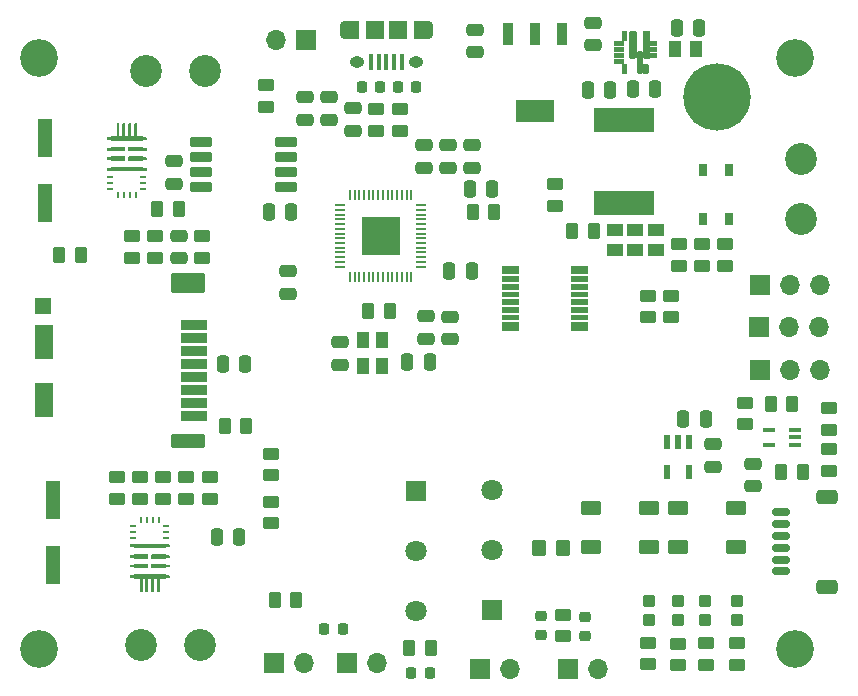
<source format=gbr>
%TF.GenerationSoftware,KiCad,Pcbnew,7.0.10-7.0.10~ubuntu22.04.1*%
%TF.CreationDate,2024-11-26T00:39:38-05:00*%
%TF.ProjectId,Chimera,4368696d-6572-4612-9e6b-696361645f70,rev?*%
%TF.SameCoordinates,Original*%
%TF.FileFunction,Soldermask,Top*%
%TF.FilePolarity,Negative*%
%FSLAX46Y46*%
G04 Gerber Fmt 4.6, Leading zero omitted, Abs format (unit mm)*
G04 Created by KiCad (PCBNEW 7.0.10-7.0.10~ubuntu22.04.1) date 2024-11-26 00:39:38*
%MOMM*%
%LPD*%
G01*
G04 APERTURE LIST*
G04 Aperture macros list*
%AMRoundRect*
0 Rectangle with rounded corners*
0 $1 Rounding radius*
0 $2 $3 $4 $5 $6 $7 $8 $9 X,Y pos of 4 corners*
0 Add a 4 corners polygon primitive as box body*
4,1,4,$2,$3,$4,$5,$6,$7,$8,$9,$2,$3,0*
0 Add four circle primitives for the rounded corners*
1,1,$1+$1,$2,$3*
1,1,$1+$1,$4,$5*
1,1,$1+$1,$6,$7*
1,1,$1+$1,$8,$9*
0 Add four rect primitives between the rounded corners*
20,1,$1+$1,$2,$3,$4,$5,0*
20,1,$1+$1,$4,$5,$6,$7,0*
20,1,$1+$1,$6,$7,$8,$9,0*
20,1,$1+$1,$8,$9,$2,$3,0*%
G04 Aperture macros list end*
%ADD10C,0.010000*%
%ADD11RoundRect,0.250000X0.450000X-0.262500X0.450000X0.262500X-0.450000X0.262500X-0.450000X-0.262500X0*%
%ADD12RoundRect,0.250000X-0.450000X0.262500X-0.450000X-0.262500X0.450000X-0.262500X0.450000X0.262500X0*%
%ADD13R,0.660400X1.041400*%
%ADD14RoundRect,0.250000X0.475000X-0.250000X0.475000X0.250000X-0.475000X0.250000X-0.475000X-0.250000X0*%
%ADD15RoundRect,0.250000X0.262500X0.450000X-0.262500X0.450000X-0.262500X-0.450000X0.262500X-0.450000X0*%
%ADD16RoundRect,0.218750X0.218750X0.256250X-0.218750X0.256250X-0.218750X-0.256250X0.218750X-0.256250X0*%
%ADD17RoundRect,0.102000X-0.750000X-0.450000X0.750000X-0.450000X0.750000X0.450000X-0.750000X0.450000X0*%
%ADD18RoundRect,0.250000X-0.262500X-0.450000X0.262500X-0.450000X0.262500X0.450000X-0.262500X0.450000X0*%
%ADD19RoundRect,0.250000X-0.475000X0.250000X-0.475000X-0.250000X0.475000X-0.250000X0.475000X0.250000X0*%
%ADD20R,1.700000X1.700000*%
%ADD21O,1.700000X1.700000*%
%ADD22RoundRect,0.102000X0.565000X-0.445000X0.565000X0.445000X-0.565000X0.445000X-0.565000X-0.445000X0*%
%ADD23R,0.400000X1.350000*%
%ADD24O,0.890000X1.550000*%
%ADD25R,1.200000X1.550000*%
%ADD26O,1.250000X0.950000*%
%ADD27R,1.500000X1.550000*%
%ADD28RoundRect,0.250000X-0.250000X-0.475000X0.250000X-0.475000X0.250000X0.475000X-0.250000X0.475000X0*%
%ADD29R,0.600000X1.150000*%
%ADD30RoundRect,0.250000X0.250000X0.475000X-0.250000X0.475000X-0.250000X-0.475000X0.250000X-0.475000X0*%
%ADD31RoundRect,0.102000X-0.375000X0.400000X-0.375000X-0.400000X0.375000X-0.400000X0.375000X0.400000X0*%
%ADD32C,2.700000*%
%ADD33R,1.100000X1.400000*%
%ADD34RoundRect,0.218750X-0.256250X0.218750X-0.256250X-0.218750X0.256250X-0.218750X0.256250X0.218750X0*%
%ADD35RoundRect,0.050000X-0.387500X-0.050000X0.387500X-0.050000X0.387500X0.050000X-0.387500X0.050000X0*%
%ADD36RoundRect,0.050000X-0.050000X-0.387500X0.050000X-0.387500X0.050000X0.387500X-0.050000X0.387500X0*%
%ADD37R,3.200000X3.200000*%
%ADD38C,3.200000*%
%ADD39R,1.295400X3.302000*%
%ADD40C,1.800000*%
%ADD41R,1.800000X1.800000*%
%ADD42R,5.105400X2.032000*%
%ADD43C,5.700000*%
%ADD44RoundRect,0.102000X0.445000X0.565000X-0.445000X0.565000X-0.445000X-0.565000X0.445000X-0.565000X0*%
%ADD45RoundRect,0.102000X1.000000X-0.350000X1.000000X0.350000X-1.000000X0.350000X-1.000000X-0.350000X0*%
%ADD46RoundRect,0.102000X0.700000X-1.350000X0.700000X1.350000X-0.700000X1.350000X-0.700000X-1.350000X0*%
%ADD47RoundRect,0.102000X1.300000X-0.500000X1.300000X0.500000X-1.300000X0.500000X-1.300000X-0.500000X0*%
%ADD48RoundRect,0.102000X1.300000X-0.750000X1.300000X0.750000X-1.300000X0.750000X-1.300000X-0.750000X0*%
%ADD49RoundRect,0.102000X0.600000X-0.600000X0.600000X0.600000X-0.600000X0.600000X-0.600000X-0.600000X0*%
%ADD50R,0.914400X1.854200*%
%ADD51R,3.200400X1.854200*%
%ADD52RoundRect,0.218750X-0.218750X-0.256250X0.218750X-0.256250X0.218750X0.256250X-0.218750X0.256250X0*%
%ADD53RoundRect,0.250000X0.350000X0.450000X-0.350000X0.450000X-0.350000X-0.450000X0.350000X-0.450000X0*%
%ADD54RoundRect,0.150000X0.625000X-0.150000X0.625000X0.150000X-0.625000X0.150000X-0.625000X-0.150000X0*%
%ADD55RoundRect,0.250000X0.650000X-0.350000X0.650000X0.350000X-0.650000X0.350000X-0.650000X-0.350000X0*%
%ADD56R,0.599999X0.249999*%
%ADD57R,0.249999X0.599999*%
%ADD58RoundRect,0.098000X-0.809000X-0.294000X0.809000X-0.294000X0.809000X0.294000X-0.809000X0.294000X0*%
%ADD59R,0.990600X0.406400*%
G04 APERTURE END LIST*
%TO.C,U6*%
D10*
X122100000Y-88475000D02*
X120750000Y-88475000D01*
X120750000Y-87875000D01*
X122100000Y-87875000D01*
X122100000Y-88475000D01*
G36*
X122100000Y-88475000D02*
G01*
X120750000Y-88475000D01*
X120750000Y-87875000D01*
X122100000Y-87875000D01*
X122100000Y-88475000D01*
G37*
X122100000Y-87625000D02*
X120750000Y-87625000D01*
X120750000Y-87225000D01*
X122100000Y-87225000D01*
X122100000Y-87625000D01*
G36*
X122100000Y-87625000D02*
G01*
X120750000Y-87625000D01*
X120750000Y-87225000D01*
X122100000Y-87225000D01*
X122100000Y-87625000D01*
G37*
X122100000Y-86975000D02*
X120750000Y-86975000D01*
X120750000Y-86575000D01*
X122100000Y-86575000D01*
X122100000Y-86975000D01*
G36*
X122100000Y-86975000D02*
G01*
X120750000Y-86975000D01*
X120750000Y-86575000D01*
X122100000Y-86575000D01*
X122100000Y-86975000D01*
G37*
X122100000Y-86325000D02*
X120750000Y-86325000D01*
X120750000Y-85925000D01*
X122100000Y-85925000D01*
X122100000Y-86325000D01*
G36*
X122100000Y-86325000D02*
G01*
X120750000Y-86325000D01*
X120750000Y-85925000D01*
X122100000Y-85925000D01*
X122100000Y-86325000D01*
G37*
X122100000Y-85675000D02*
X120750000Y-85675000D01*
X120750000Y-85275000D01*
X122100000Y-85275000D01*
X122100000Y-85675000D01*
G36*
X122100000Y-85675000D02*
G01*
X120750000Y-85675000D01*
X120750000Y-85275000D01*
X122100000Y-85275000D01*
X122100000Y-85675000D01*
G37*
X122100000Y-85025000D02*
X120750000Y-85025000D01*
X120750000Y-84625000D01*
X122100000Y-84625000D01*
X122100000Y-85025000D01*
G36*
X122100000Y-85025000D02*
G01*
X120750000Y-85025000D01*
X120750000Y-84625000D01*
X122100000Y-84625000D01*
X122100000Y-85025000D01*
G37*
X122100000Y-84375000D02*
X120750000Y-84375000D01*
X120750000Y-83975000D01*
X122100000Y-83975000D01*
X122100000Y-84375000D01*
G36*
X122100000Y-84375000D02*
G01*
X120750000Y-84375000D01*
X120750000Y-83975000D01*
X122100000Y-83975000D01*
X122100000Y-84375000D01*
G37*
X122100000Y-83725000D02*
X120750000Y-83725000D01*
X120750000Y-83125000D01*
X122100000Y-83125000D01*
X122100000Y-83725000D01*
G36*
X122100000Y-83725000D02*
G01*
X120750000Y-83725000D01*
X120750000Y-83125000D01*
X122100000Y-83125000D01*
X122100000Y-83725000D01*
G37*
X116250000Y-88475000D02*
X114900000Y-88475000D01*
X114900000Y-87875000D01*
X116250000Y-87875000D01*
X116250000Y-88475000D01*
G36*
X116250000Y-88475000D02*
G01*
X114900000Y-88475000D01*
X114900000Y-87875000D01*
X116250000Y-87875000D01*
X116250000Y-88475000D01*
G37*
X116250000Y-87625000D02*
X114900000Y-87625000D01*
X114900000Y-87225000D01*
X116250000Y-87225000D01*
X116250000Y-87625000D01*
G36*
X116250000Y-87625000D02*
G01*
X114900000Y-87625000D01*
X114900000Y-87225000D01*
X116250000Y-87225000D01*
X116250000Y-87625000D01*
G37*
X116250000Y-86975000D02*
X114900000Y-86975000D01*
X114900000Y-86575000D01*
X116250000Y-86575000D01*
X116250000Y-86975000D01*
G36*
X116250000Y-86975000D02*
G01*
X114900000Y-86975000D01*
X114900000Y-86575000D01*
X116250000Y-86575000D01*
X116250000Y-86975000D01*
G37*
X116250000Y-86325000D02*
X114900000Y-86325000D01*
X114900000Y-85925000D01*
X116250000Y-85925000D01*
X116250000Y-86325000D01*
G36*
X116250000Y-86325000D02*
G01*
X114900000Y-86325000D01*
X114900000Y-85925000D01*
X116250000Y-85925000D01*
X116250000Y-86325000D01*
G37*
X116250000Y-85675000D02*
X114900000Y-85675000D01*
X114900000Y-85275000D01*
X116250000Y-85275000D01*
X116250000Y-85675000D01*
G36*
X116250000Y-85675000D02*
G01*
X114900000Y-85675000D01*
X114900000Y-85275000D01*
X116250000Y-85275000D01*
X116250000Y-85675000D01*
G37*
X116250000Y-85025000D02*
X114900000Y-85025000D01*
X114900000Y-84625000D01*
X116250000Y-84625000D01*
X116250000Y-85025000D01*
G36*
X116250000Y-85025000D02*
G01*
X114900000Y-85025000D01*
X114900000Y-84625000D01*
X116250000Y-84625000D01*
X116250000Y-85025000D01*
G37*
X116250000Y-84375000D02*
X114900000Y-84375000D01*
X114900000Y-83975000D01*
X116250000Y-83975000D01*
X116250000Y-84375000D01*
G36*
X116250000Y-84375000D02*
G01*
X114900000Y-84375000D01*
X114900000Y-83975000D01*
X116250000Y-83975000D01*
X116250000Y-84375000D01*
G37*
X116250000Y-83725000D02*
X114900000Y-83725000D01*
X114900000Y-83125000D01*
X116250000Y-83125000D01*
X116250000Y-83725000D01*
G36*
X116250000Y-83725000D02*
G01*
X114900000Y-83725000D01*
X114900000Y-83125000D01*
X116250000Y-83125000D01*
X116250000Y-83725000D01*
G37*
%TO.C,U4*%
X125043000Y-64031000D02*
X125049000Y-64031000D01*
X125055000Y-64033000D01*
X125061000Y-64034000D01*
X125067000Y-64036000D01*
X125073000Y-64038000D01*
X125079000Y-64040000D01*
X125084000Y-64043000D01*
X125090000Y-64046000D01*
X125095000Y-64049000D01*
X125101000Y-64053000D01*
X125106000Y-64057000D01*
X125110000Y-64061000D01*
X125115000Y-64065000D01*
X125119000Y-64070000D01*
X125123000Y-64074000D01*
X125127000Y-64079000D01*
X125131000Y-64085000D01*
X125134000Y-64090000D01*
X125137000Y-64096000D01*
X125140000Y-64101000D01*
X125142000Y-64107000D01*
X125144000Y-64113000D01*
X125146000Y-64119000D01*
X125147000Y-64125000D01*
X125149000Y-64131000D01*
X125149000Y-64137000D01*
X125150000Y-64144000D01*
X125150000Y-64150000D01*
X125150000Y-64300000D01*
X125150000Y-64306000D01*
X125149000Y-64313000D01*
X125149000Y-64319000D01*
X125147000Y-64325000D01*
X125146000Y-64331000D01*
X125144000Y-64337000D01*
X125142000Y-64343000D01*
X125140000Y-64349000D01*
X125137000Y-64354000D01*
X125134000Y-64360000D01*
X125131000Y-64365000D01*
X125127000Y-64371000D01*
X125123000Y-64376000D01*
X125119000Y-64380000D01*
X125115000Y-64385000D01*
X125110000Y-64389000D01*
X125106000Y-64393000D01*
X125101000Y-64397000D01*
X125095000Y-64401000D01*
X125090000Y-64404000D01*
X125084000Y-64407000D01*
X125079000Y-64410000D01*
X125073000Y-64412000D01*
X125067000Y-64414000D01*
X125061000Y-64416000D01*
X125055000Y-64417000D01*
X125049000Y-64419000D01*
X125043000Y-64419000D01*
X125036000Y-64420000D01*
X125030000Y-64420000D01*
X124530000Y-64420000D01*
X124524000Y-64420000D01*
X124517000Y-64419000D01*
X124511000Y-64419000D01*
X124505000Y-64417000D01*
X124499000Y-64416000D01*
X124493000Y-64414000D01*
X124487000Y-64412000D01*
X124481000Y-64410000D01*
X124476000Y-64407000D01*
X124470000Y-64404000D01*
X124465000Y-64401000D01*
X124459000Y-64397000D01*
X124454000Y-64393000D01*
X124450000Y-64389000D01*
X124445000Y-64385000D01*
X124441000Y-64380000D01*
X124437000Y-64376000D01*
X124433000Y-64371000D01*
X124429000Y-64365000D01*
X124426000Y-64360000D01*
X124423000Y-64354000D01*
X124420000Y-64349000D01*
X124418000Y-64343000D01*
X124416000Y-64337000D01*
X124414000Y-64331000D01*
X124413000Y-64325000D01*
X124411000Y-64319000D01*
X124411000Y-64313000D01*
X124410000Y-64306000D01*
X124410000Y-64300000D01*
X124410000Y-64150000D01*
X124410000Y-64144000D01*
X124411000Y-64137000D01*
X124411000Y-64131000D01*
X124413000Y-64125000D01*
X124414000Y-64119000D01*
X124416000Y-64113000D01*
X124418000Y-64107000D01*
X124420000Y-64101000D01*
X124423000Y-64096000D01*
X124426000Y-64090000D01*
X124429000Y-64085000D01*
X124433000Y-64079000D01*
X124437000Y-64074000D01*
X124441000Y-64070000D01*
X124445000Y-64065000D01*
X124450000Y-64061000D01*
X124454000Y-64057000D01*
X124459000Y-64053000D01*
X124465000Y-64049000D01*
X124470000Y-64046000D01*
X124476000Y-64043000D01*
X124481000Y-64040000D01*
X124487000Y-64038000D01*
X124493000Y-64036000D01*
X124499000Y-64034000D01*
X124505000Y-64033000D01*
X124511000Y-64031000D01*
X124517000Y-64031000D01*
X124524000Y-64030000D01*
X124530000Y-64030000D01*
X125030000Y-64030000D01*
X125036000Y-64030000D01*
X125043000Y-64031000D01*
G36*
X125043000Y-64031000D02*
G01*
X125049000Y-64031000D01*
X125055000Y-64033000D01*
X125061000Y-64034000D01*
X125067000Y-64036000D01*
X125073000Y-64038000D01*
X125079000Y-64040000D01*
X125084000Y-64043000D01*
X125090000Y-64046000D01*
X125095000Y-64049000D01*
X125101000Y-64053000D01*
X125106000Y-64057000D01*
X125110000Y-64061000D01*
X125115000Y-64065000D01*
X125119000Y-64070000D01*
X125123000Y-64074000D01*
X125127000Y-64079000D01*
X125131000Y-64085000D01*
X125134000Y-64090000D01*
X125137000Y-64096000D01*
X125140000Y-64101000D01*
X125142000Y-64107000D01*
X125144000Y-64113000D01*
X125146000Y-64119000D01*
X125147000Y-64125000D01*
X125149000Y-64131000D01*
X125149000Y-64137000D01*
X125150000Y-64144000D01*
X125150000Y-64150000D01*
X125150000Y-64300000D01*
X125150000Y-64306000D01*
X125149000Y-64313000D01*
X125149000Y-64319000D01*
X125147000Y-64325000D01*
X125146000Y-64331000D01*
X125144000Y-64337000D01*
X125142000Y-64343000D01*
X125140000Y-64349000D01*
X125137000Y-64354000D01*
X125134000Y-64360000D01*
X125131000Y-64365000D01*
X125127000Y-64371000D01*
X125123000Y-64376000D01*
X125119000Y-64380000D01*
X125115000Y-64385000D01*
X125110000Y-64389000D01*
X125106000Y-64393000D01*
X125101000Y-64397000D01*
X125095000Y-64401000D01*
X125090000Y-64404000D01*
X125084000Y-64407000D01*
X125079000Y-64410000D01*
X125073000Y-64412000D01*
X125067000Y-64414000D01*
X125061000Y-64416000D01*
X125055000Y-64417000D01*
X125049000Y-64419000D01*
X125043000Y-64419000D01*
X125036000Y-64420000D01*
X125030000Y-64420000D01*
X124530000Y-64420000D01*
X124524000Y-64420000D01*
X124517000Y-64419000D01*
X124511000Y-64419000D01*
X124505000Y-64417000D01*
X124499000Y-64416000D01*
X124493000Y-64414000D01*
X124487000Y-64412000D01*
X124481000Y-64410000D01*
X124476000Y-64407000D01*
X124470000Y-64404000D01*
X124465000Y-64401000D01*
X124459000Y-64397000D01*
X124454000Y-64393000D01*
X124450000Y-64389000D01*
X124445000Y-64385000D01*
X124441000Y-64380000D01*
X124437000Y-64376000D01*
X124433000Y-64371000D01*
X124429000Y-64365000D01*
X124426000Y-64360000D01*
X124423000Y-64354000D01*
X124420000Y-64349000D01*
X124418000Y-64343000D01*
X124416000Y-64337000D01*
X124414000Y-64331000D01*
X124413000Y-64325000D01*
X124411000Y-64319000D01*
X124411000Y-64313000D01*
X124410000Y-64306000D01*
X124410000Y-64300000D01*
X124410000Y-64150000D01*
X124410000Y-64144000D01*
X124411000Y-64137000D01*
X124411000Y-64131000D01*
X124413000Y-64125000D01*
X124414000Y-64119000D01*
X124416000Y-64113000D01*
X124418000Y-64107000D01*
X124420000Y-64101000D01*
X124423000Y-64096000D01*
X124426000Y-64090000D01*
X124429000Y-64085000D01*
X124433000Y-64079000D01*
X124437000Y-64074000D01*
X124441000Y-64070000D01*
X124445000Y-64065000D01*
X124450000Y-64061000D01*
X124454000Y-64057000D01*
X124459000Y-64053000D01*
X124465000Y-64049000D01*
X124470000Y-64046000D01*
X124476000Y-64043000D01*
X124481000Y-64040000D01*
X124487000Y-64038000D01*
X124493000Y-64036000D01*
X124499000Y-64034000D01*
X124505000Y-64033000D01*
X124511000Y-64031000D01*
X124517000Y-64031000D01*
X124524000Y-64030000D01*
X124530000Y-64030000D01*
X125030000Y-64030000D01*
X125036000Y-64030000D01*
X125043000Y-64031000D01*
G37*
X125043000Y-64531000D02*
X125049000Y-64531000D01*
X125055000Y-64533000D01*
X125061000Y-64534000D01*
X125067000Y-64536000D01*
X125073000Y-64538000D01*
X125079000Y-64540000D01*
X125084000Y-64543000D01*
X125090000Y-64546000D01*
X125095000Y-64549000D01*
X125101000Y-64553000D01*
X125106000Y-64557000D01*
X125110000Y-64561000D01*
X125115000Y-64565000D01*
X125119000Y-64570000D01*
X125123000Y-64574000D01*
X125127000Y-64579000D01*
X125131000Y-64585000D01*
X125134000Y-64590000D01*
X125137000Y-64596000D01*
X125140000Y-64601000D01*
X125142000Y-64607000D01*
X125144000Y-64613000D01*
X125146000Y-64619000D01*
X125147000Y-64625000D01*
X125149000Y-64631000D01*
X125149000Y-64637000D01*
X125150000Y-64644000D01*
X125150000Y-64650000D01*
X125150000Y-64800000D01*
X125150000Y-64806000D01*
X125149000Y-64813000D01*
X125149000Y-64819000D01*
X125147000Y-64825000D01*
X125146000Y-64831000D01*
X125144000Y-64837000D01*
X125142000Y-64843000D01*
X125140000Y-64849000D01*
X125137000Y-64854000D01*
X125134000Y-64860000D01*
X125131000Y-64865000D01*
X125127000Y-64871000D01*
X125123000Y-64876000D01*
X125119000Y-64880000D01*
X125115000Y-64885000D01*
X125110000Y-64889000D01*
X125106000Y-64893000D01*
X125101000Y-64897000D01*
X125095000Y-64901000D01*
X125090000Y-64904000D01*
X125084000Y-64907000D01*
X125079000Y-64910000D01*
X125073000Y-64912000D01*
X125067000Y-64914000D01*
X125061000Y-64916000D01*
X125055000Y-64917000D01*
X125049000Y-64919000D01*
X125043000Y-64919000D01*
X125036000Y-64920000D01*
X125030000Y-64920000D01*
X124530000Y-64920000D01*
X124524000Y-64920000D01*
X124517000Y-64919000D01*
X124511000Y-64919000D01*
X124505000Y-64917000D01*
X124499000Y-64916000D01*
X124493000Y-64914000D01*
X124487000Y-64912000D01*
X124481000Y-64910000D01*
X124476000Y-64907000D01*
X124470000Y-64904000D01*
X124465000Y-64901000D01*
X124459000Y-64897000D01*
X124454000Y-64893000D01*
X124450000Y-64889000D01*
X124445000Y-64885000D01*
X124441000Y-64880000D01*
X124437000Y-64876000D01*
X124433000Y-64871000D01*
X124429000Y-64865000D01*
X124426000Y-64860000D01*
X124423000Y-64854000D01*
X124420000Y-64849000D01*
X124418000Y-64843000D01*
X124416000Y-64837000D01*
X124414000Y-64831000D01*
X124413000Y-64825000D01*
X124411000Y-64819000D01*
X124411000Y-64813000D01*
X124410000Y-64806000D01*
X124410000Y-64800000D01*
X124410000Y-64650000D01*
X124410000Y-64644000D01*
X124411000Y-64637000D01*
X124411000Y-64631000D01*
X124413000Y-64625000D01*
X124414000Y-64619000D01*
X124416000Y-64613000D01*
X124418000Y-64607000D01*
X124420000Y-64601000D01*
X124423000Y-64596000D01*
X124426000Y-64590000D01*
X124429000Y-64585000D01*
X124433000Y-64579000D01*
X124437000Y-64574000D01*
X124441000Y-64570000D01*
X124445000Y-64565000D01*
X124450000Y-64561000D01*
X124454000Y-64557000D01*
X124459000Y-64553000D01*
X124465000Y-64549000D01*
X124470000Y-64546000D01*
X124476000Y-64543000D01*
X124481000Y-64540000D01*
X124487000Y-64538000D01*
X124493000Y-64536000D01*
X124499000Y-64534000D01*
X124505000Y-64533000D01*
X124511000Y-64531000D01*
X124517000Y-64531000D01*
X124524000Y-64530000D01*
X124530000Y-64530000D01*
X125030000Y-64530000D01*
X125036000Y-64530000D01*
X125043000Y-64531000D01*
G36*
X125043000Y-64531000D02*
G01*
X125049000Y-64531000D01*
X125055000Y-64533000D01*
X125061000Y-64534000D01*
X125067000Y-64536000D01*
X125073000Y-64538000D01*
X125079000Y-64540000D01*
X125084000Y-64543000D01*
X125090000Y-64546000D01*
X125095000Y-64549000D01*
X125101000Y-64553000D01*
X125106000Y-64557000D01*
X125110000Y-64561000D01*
X125115000Y-64565000D01*
X125119000Y-64570000D01*
X125123000Y-64574000D01*
X125127000Y-64579000D01*
X125131000Y-64585000D01*
X125134000Y-64590000D01*
X125137000Y-64596000D01*
X125140000Y-64601000D01*
X125142000Y-64607000D01*
X125144000Y-64613000D01*
X125146000Y-64619000D01*
X125147000Y-64625000D01*
X125149000Y-64631000D01*
X125149000Y-64637000D01*
X125150000Y-64644000D01*
X125150000Y-64650000D01*
X125150000Y-64800000D01*
X125150000Y-64806000D01*
X125149000Y-64813000D01*
X125149000Y-64819000D01*
X125147000Y-64825000D01*
X125146000Y-64831000D01*
X125144000Y-64837000D01*
X125142000Y-64843000D01*
X125140000Y-64849000D01*
X125137000Y-64854000D01*
X125134000Y-64860000D01*
X125131000Y-64865000D01*
X125127000Y-64871000D01*
X125123000Y-64876000D01*
X125119000Y-64880000D01*
X125115000Y-64885000D01*
X125110000Y-64889000D01*
X125106000Y-64893000D01*
X125101000Y-64897000D01*
X125095000Y-64901000D01*
X125090000Y-64904000D01*
X125084000Y-64907000D01*
X125079000Y-64910000D01*
X125073000Y-64912000D01*
X125067000Y-64914000D01*
X125061000Y-64916000D01*
X125055000Y-64917000D01*
X125049000Y-64919000D01*
X125043000Y-64919000D01*
X125036000Y-64920000D01*
X125030000Y-64920000D01*
X124530000Y-64920000D01*
X124524000Y-64920000D01*
X124517000Y-64919000D01*
X124511000Y-64919000D01*
X124505000Y-64917000D01*
X124499000Y-64916000D01*
X124493000Y-64914000D01*
X124487000Y-64912000D01*
X124481000Y-64910000D01*
X124476000Y-64907000D01*
X124470000Y-64904000D01*
X124465000Y-64901000D01*
X124459000Y-64897000D01*
X124454000Y-64893000D01*
X124450000Y-64889000D01*
X124445000Y-64885000D01*
X124441000Y-64880000D01*
X124437000Y-64876000D01*
X124433000Y-64871000D01*
X124429000Y-64865000D01*
X124426000Y-64860000D01*
X124423000Y-64854000D01*
X124420000Y-64849000D01*
X124418000Y-64843000D01*
X124416000Y-64837000D01*
X124414000Y-64831000D01*
X124413000Y-64825000D01*
X124411000Y-64819000D01*
X124411000Y-64813000D01*
X124410000Y-64806000D01*
X124410000Y-64800000D01*
X124410000Y-64650000D01*
X124410000Y-64644000D01*
X124411000Y-64637000D01*
X124411000Y-64631000D01*
X124413000Y-64625000D01*
X124414000Y-64619000D01*
X124416000Y-64613000D01*
X124418000Y-64607000D01*
X124420000Y-64601000D01*
X124423000Y-64596000D01*
X124426000Y-64590000D01*
X124429000Y-64585000D01*
X124433000Y-64579000D01*
X124437000Y-64574000D01*
X124441000Y-64570000D01*
X124445000Y-64565000D01*
X124450000Y-64561000D01*
X124454000Y-64557000D01*
X124459000Y-64553000D01*
X124465000Y-64549000D01*
X124470000Y-64546000D01*
X124476000Y-64543000D01*
X124481000Y-64540000D01*
X124487000Y-64538000D01*
X124493000Y-64536000D01*
X124499000Y-64534000D01*
X124505000Y-64533000D01*
X124511000Y-64531000D01*
X124517000Y-64531000D01*
X124524000Y-64530000D01*
X124530000Y-64530000D01*
X125030000Y-64530000D01*
X125036000Y-64530000D01*
X125043000Y-64531000D01*
G37*
X125043000Y-65031000D02*
X125049000Y-65031000D01*
X125055000Y-65033000D01*
X125061000Y-65034000D01*
X125067000Y-65036000D01*
X125073000Y-65038000D01*
X125079000Y-65040000D01*
X125084000Y-65043000D01*
X125090000Y-65046000D01*
X125095000Y-65049000D01*
X125101000Y-65053000D01*
X125106000Y-65057000D01*
X125110000Y-65061000D01*
X125115000Y-65065000D01*
X125119000Y-65070000D01*
X125123000Y-65074000D01*
X125127000Y-65079000D01*
X125131000Y-65085000D01*
X125134000Y-65090000D01*
X125137000Y-65096000D01*
X125140000Y-65101000D01*
X125142000Y-65107000D01*
X125144000Y-65113000D01*
X125146000Y-65119000D01*
X125147000Y-65125000D01*
X125149000Y-65131000D01*
X125149000Y-65137000D01*
X125150000Y-65144000D01*
X125150000Y-65150000D01*
X125150000Y-65300000D01*
X125150000Y-65306000D01*
X125149000Y-65313000D01*
X125149000Y-65319000D01*
X125147000Y-65325000D01*
X125146000Y-65331000D01*
X125144000Y-65337000D01*
X125142000Y-65343000D01*
X125140000Y-65349000D01*
X125137000Y-65354000D01*
X125134000Y-65360000D01*
X125131000Y-65365000D01*
X125127000Y-65371000D01*
X125123000Y-65376000D01*
X125119000Y-65380000D01*
X125115000Y-65385000D01*
X125110000Y-65389000D01*
X125106000Y-65393000D01*
X125101000Y-65397000D01*
X125095000Y-65401000D01*
X125090000Y-65404000D01*
X125084000Y-65407000D01*
X125079000Y-65410000D01*
X125073000Y-65412000D01*
X125067000Y-65414000D01*
X125061000Y-65416000D01*
X125055000Y-65417000D01*
X125049000Y-65419000D01*
X125043000Y-65419000D01*
X125036000Y-65420000D01*
X125030000Y-65420000D01*
X124530000Y-65420000D01*
X124524000Y-65420000D01*
X124517000Y-65419000D01*
X124511000Y-65419000D01*
X124505000Y-65417000D01*
X124499000Y-65416000D01*
X124493000Y-65414000D01*
X124487000Y-65412000D01*
X124481000Y-65410000D01*
X124476000Y-65407000D01*
X124470000Y-65404000D01*
X124465000Y-65401000D01*
X124459000Y-65397000D01*
X124454000Y-65393000D01*
X124450000Y-65389000D01*
X124445000Y-65385000D01*
X124441000Y-65380000D01*
X124437000Y-65376000D01*
X124433000Y-65371000D01*
X124429000Y-65365000D01*
X124426000Y-65360000D01*
X124423000Y-65354000D01*
X124420000Y-65349000D01*
X124418000Y-65343000D01*
X124416000Y-65337000D01*
X124414000Y-65331000D01*
X124413000Y-65325000D01*
X124411000Y-65319000D01*
X124411000Y-65313000D01*
X124410000Y-65306000D01*
X124410000Y-65300000D01*
X124410000Y-65150000D01*
X124410000Y-65144000D01*
X124411000Y-65137000D01*
X124411000Y-65131000D01*
X124413000Y-65125000D01*
X124414000Y-65119000D01*
X124416000Y-65113000D01*
X124418000Y-65107000D01*
X124420000Y-65101000D01*
X124423000Y-65096000D01*
X124426000Y-65090000D01*
X124429000Y-65085000D01*
X124433000Y-65079000D01*
X124437000Y-65074000D01*
X124441000Y-65070000D01*
X124445000Y-65065000D01*
X124450000Y-65061000D01*
X124454000Y-65057000D01*
X124459000Y-65053000D01*
X124465000Y-65049000D01*
X124470000Y-65046000D01*
X124476000Y-65043000D01*
X124481000Y-65040000D01*
X124487000Y-65038000D01*
X124493000Y-65036000D01*
X124499000Y-65034000D01*
X124505000Y-65033000D01*
X124511000Y-65031000D01*
X124517000Y-65031000D01*
X124524000Y-65030000D01*
X124530000Y-65030000D01*
X125030000Y-65030000D01*
X125036000Y-65030000D01*
X125043000Y-65031000D01*
G36*
X125043000Y-65031000D02*
G01*
X125049000Y-65031000D01*
X125055000Y-65033000D01*
X125061000Y-65034000D01*
X125067000Y-65036000D01*
X125073000Y-65038000D01*
X125079000Y-65040000D01*
X125084000Y-65043000D01*
X125090000Y-65046000D01*
X125095000Y-65049000D01*
X125101000Y-65053000D01*
X125106000Y-65057000D01*
X125110000Y-65061000D01*
X125115000Y-65065000D01*
X125119000Y-65070000D01*
X125123000Y-65074000D01*
X125127000Y-65079000D01*
X125131000Y-65085000D01*
X125134000Y-65090000D01*
X125137000Y-65096000D01*
X125140000Y-65101000D01*
X125142000Y-65107000D01*
X125144000Y-65113000D01*
X125146000Y-65119000D01*
X125147000Y-65125000D01*
X125149000Y-65131000D01*
X125149000Y-65137000D01*
X125150000Y-65144000D01*
X125150000Y-65150000D01*
X125150000Y-65300000D01*
X125150000Y-65306000D01*
X125149000Y-65313000D01*
X125149000Y-65319000D01*
X125147000Y-65325000D01*
X125146000Y-65331000D01*
X125144000Y-65337000D01*
X125142000Y-65343000D01*
X125140000Y-65349000D01*
X125137000Y-65354000D01*
X125134000Y-65360000D01*
X125131000Y-65365000D01*
X125127000Y-65371000D01*
X125123000Y-65376000D01*
X125119000Y-65380000D01*
X125115000Y-65385000D01*
X125110000Y-65389000D01*
X125106000Y-65393000D01*
X125101000Y-65397000D01*
X125095000Y-65401000D01*
X125090000Y-65404000D01*
X125084000Y-65407000D01*
X125079000Y-65410000D01*
X125073000Y-65412000D01*
X125067000Y-65414000D01*
X125061000Y-65416000D01*
X125055000Y-65417000D01*
X125049000Y-65419000D01*
X125043000Y-65419000D01*
X125036000Y-65420000D01*
X125030000Y-65420000D01*
X124530000Y-65420000D01*
X124524000Y-65420000D01*
X124517000Y-65419000D01*
X124511000Y-65419000D01*
X124505000Y-65417000D01*
X124499000Y-65416000D01*
X124493000Y-65414000D01*
X124487000Y-65412000D01*
X124481000Y-65410000D01*
X124476000Y-65407000D01*
X124470000Y-65404000D01*
X124465000Y-65401000D01*
X124459000Y-65397000D01*
X124454000Y-65393000D01*
X124450000Y-65389000D01*
X124445000Y-65385000D01*
X124441000Y-65380000D01*
X124437000Y-65376000D01*
X124433000Y-65371000D01*
X124429000Y-65365000D01*
X124426000Y-65360000D01*
X124423000Y-65354000D01*
X124420000Y-65349000D01*
X124418000Y-65343000D01*
X124416000Y-65337000D01*
X124414000Y-65331000D01*
X124413000Y-65325000D01*
X124411000Y-65319000D01*
X124411000Y-65313000D01*
X124410000Y-65306000D01*
X124410000Y-65300000D01*
X124410000Y-65150000D01*
X124410000Y-65144000D01*
X124411000Y-65137000D01*
X124411000Y-65131000D01*
X124413000Y-65125000D01*
X124414000Y-65119000D01*
X124416000Y-65113000D01*
X124418000Y-65107000D01*
X124420000Y-65101000D01*
X124423000Y-65096000D01*
X124426000Y-65090000D01*
X124429000Y-65085000D01*
X124433000Y-65079000D01*
X124437000Y-65074000D01*
X124441000Y-65070000D01*
X124445000Y-65065000D01*
X124450000Y-65061000D01*
X124454000Y-65057000D01*
X124459000Y-65053000D01*
X124465000Y-65049000D01*
X124470000Y-65046000D01*
X124476000Y-65043000D01*
X124481000Y-65040000D01*
X124487000Y-65038000D01*
X124493000Y-65036000D01*
X124499000Y-65034000D01*
X124505000Y-65033000D01*
X124511000Y-65031000D01*
X124517000Y-65031000D01*
X124524000Y-65030000D01*
X124530000Y-65030000D01*
X125030000Y-65030000D01*
X125036000Y-65030000D01*
X125043000Y-65031000D01*
G37*
X125043000Y-65531000D02*
X125049000Y-65531000D01*
X125055000Y-65533000D01*
X125061000Y-65534000D01*
X125067000Y-65536000D01*
X125073000Y-65538000D01*
X125079000Y-65540000D01*
X125084000Y-65543000D01*
X125090000Y-65546000D01*
X125095000Y-65549000D01*
X125101000Y-65553000D01*
X125106000Y-65557000D01*
X125110000Y-65561000D01*
X125115000Y-65565000D01*
X125119000Y-65570000D01*
X125123000Y-65574000D01*
X125127000Y-65579000D01*
X125131000Y-65585000D01*
X125134000Y-65590000D01*
X125137000Y-65596000D01*
X125140000Y-65601000D01*
X125142000Y-65607000D01*
X125144000Y-65613000D01*
X125146000Y-65619000D01*
X125147000Y-65625000D01*
X125149000Y-65631000D01*
X125149000Y-65637000D01*
X125150000Y-65644000D01*
X125150000Y-65650000D01*
X125150000Y-65800000D01*
X125150000Y-65806000D01*
X125149000Y-65813000D01*
X125149000Y-65819000D01*
X125147000Y-65825000D01*
X125146000Y-65831000D01*
X125144000Y-65837000D01*
X125142000Y-65843000D01*
X125140000Y-65849000D01*
X125137000Y-65854000D01*
X125134000Y-65860000D01*
X125131000Y-65865000D01*
X125127000Y-65871000D01*
X125123000Y-65876000D01*
X125119000Y-65880000D01*
X125115000Y-65885000D01*
X125110000Y-65889000D01*
X125106000Y-65893000D01*
X125101000Y-65897000D01*
X125095000Y-65901000D01*
X125090000Y-65904000D01*
X125084000Y-65907000D01*
X125079000Y-65910000D01*
X125073000Y-65912000D01*
X125067000Y-65914000D01*
X125061000Y-65916000D01*
X125055000Y-65917000D01*
X125049000Y-65919000D01*
X125043000Y-65919000D01*
X125036000Y-65920000D01*
X125030000Y-65920000D01*
X124530000Y-65920000D01*
X124524000Y-65920000D01*
X124517000Y-65919000D01*
X124511000Y-65919000D01*
X124505000Y-65917000D01*
X124499000Y-65916000D01*
X124493000Y-65914000D01*
X124487000Y-65912000D01*
X124481000Y-65910000D01*
X124476000Y-65907000D01*
X124470000Y-65904000D01*
X124465000Y-65901000D01*
X124459000Y-65897000D01*
X124454000Y-65893000D01*
X124450000Y-65889000D01*
X124445000Y-65885000D01*
X124441000Y-65880000D01*
X124437000Y-65876000D01*
X124433000Y-65871000D01*
X124429000Y-65865000D01*
X124426000Y-65860000D01*
X124423000Y-65854000D01*
X124420000Y-65849000D01*
X124418000Y-65843000D01*
X124416000Y-65837000D01*
X124414000Y-65831000D01*
X124413000Y-65825000D01*
X124411000Y-65819000D01*
X124411000Y-65813000D01*
X124410000Y-65806000D01*
X124410000Y-65800000D01*
X124410000Y-65650000D01*
X124410000Y-65644000D01*
X124411000Y-65637000D01*
X124411000Y-65631000D01*
X124413000Y-65625000D01*
X124414000Y-65619000D01*
X124416000Y-65613000D01*
X124418000Y-65607000D01*
X124420000Y-65601000D01*
X124423000Y-65596000D01*
X124426000Y-65590000D01*
X124429000Y-65585000D01*
X124433000Y-65579000D01*
X124437000Y-65574000D01*
X124441000Y-65570000D01*
X124445000Y-65565000D01*
X124450000Y-65561000D01*
X124454000Y-65557000D01*
X124459000Y-65553000D01*
X124465000Y-65549000D01*
X124470000Y-65546000D01*
X124476000Y-65543000D01*
X124481000Y-65540000D01*
X124487000Y-65538000D01*
X124493000Y-65536000D01*
X124499000Y-65534000D01*
X124505000Y-65533000D01*
X124511000Y-65531000D01*
X124517000Y-65531000D01*
X124524000Y-65530000D01*
X124530000Y-65530000D01*
X125030000Y-65530000D01*
X125036000Y-65530000D01*
X125043000Y-65531000D01*
G36*
X125043000Y-65531000D02*
G01*
X125049000Y-65531000D01*
X125055000Y-65533000D01*
X125061000Y-65534000D01*
X125067000Y-65536000D01*
X125073000Y-65538000D01*
X125079000Y-65540000D01*
X125084000Y-65543000D01*
X125090000Y-65546000D01*
X125095000Y-65549000D01*
X125101000Y-65553000D01*
X125106000Y-65557000D01*
X125110000Y-65561000D01*
X125115000Y-65565000D01*
X125119000Y-65570000D01*
X125123000Y-65574000D01*
X125127000Y-65579000D01*
X125131000Y-65585000D01*
X125134000Y-65590000D01*
X125137000Y-65596000D01*
X125140000Y-65601000D01*
X125142000Y-65607000D01*
X125144000Y-65613000D01*
X125146000Y-65619000D01*
X125147000Y-65625000D01*
X125149000Y-65631000D01*
X125149000Y-65637000D01*
X125150000Y-65644000D01*
X125150000Y-65650000D01*
X125150000Y-65800000D01*
X125150000Y-65806000D01*
X125149000Y-65813000D01*
X125149000Y-65819000D01*
X125147000Y-65825000D01*
X125146000Y-65831000D01*
X125144000Y-65837000D01*
X125142000Y-65843000D01*
X125140000Y-65849000D01*
X125137000Y-65854000D01*
X125134000Y-65860000D01*
X125131000Y-65865000D01*
X125127000Y-65871000D01*
X125123000Y-65876000D01*
X125119000Y-65880000D01*
X125115000Y-65885000D01*
X125110000Y-65889000D01*
X125106000Y-65893000D01*
X125101000Y-65897000D01*
X125095000Y-65901000D01*
X125090000Y-65904000D01*
X125084000Y-65907000D01*
X125079000Y-65910000D01*
X125073000Y-65912000D01*
X125067000Y-65914000D01*
X125061000Y-65916000D01*
X125055000Y-65917000D01*
X125049000Y-65919000D01*
X125043000Y-65919000D01*
X125036000Y-65920000D01*
X125030000Y-65920000D01*
X124530000Y-65920000D01*
X124524000Y-65920000D01*
X124517000Y-65919000D01*
X124511000Y-65919000D01*
X124505000Y-65917000D01*
X124499000Y-65916000D01*
X124493000Y-65914000D01*
X124487000Y-65912000D01*
X124481000Y-65910000D01*
X124476000Y-65907000D01*
X124470000Y-65904000D01*
X124465000Y-65901000D01*
X124459000Y-65897000D01*
X124454000Y-65893000D01*
X124450000Y-65889000D01*
X124445000Y-65885000D01*
X124441000Y-65880000D01*
X124437000Y-65876000D01*
X124433000Y-65871000D01*
X124429000Y-65865000D01*
X124426000Y-65860000D01*
X124423000Y-65854000D01*
X124420000Y-65849000D01*
X124418000Y-65843000D01*
X124416000Y-65837000D01*
X124414000Y-65831000D01*
X124413000Y-65825000D01*
X124411000Y-65819000D01*
X124411000Y-65813000D01*
X124410000Y-65806000D01*
X124410000Y-65800000D01*
X124410000Y-65650000D01*
X124410000Y-65644000D01*
X124411000Y-65637000D01*
X124411000Y-65631000D01*
X124413000Y-65625000D01*
X124414000Y-65619000D01*
X124416000Y-65613000D01*
X124418000Y-65607000D01*
X124420000Y-65601000D01*
X124423000Y-65596000D01*
X124426000Y-65590000D01*
X124429000Y-65585000D01*
X124433000Y-65579000D01*
X124437000Y-65574000D01*
X124441000Y-65570000D01*
X124445000Y-65565000D01*
X124450000Y-65561000D01*
X124454000Y-65557000D01*
X124459000Y-65553000D01*
X124465000Y-65549000D01*
X124470000Y-65546000D01*
X124476000Y-65543000D01*
X124481000Y-65540000D01*
X124487000Y-65538000D01*
X124493000Y-65536000D01*
X124499000Y-65534000D01*
X124505000Y-65533000D01*
X124511000Y-65531000D01*
X124517000Y-65531000D01*
X124524000Y-65530000D01*
X124530000Y-65530000D01*
X125030000Y-65530000D01*
X125036000Y-65530000D01*
X125043000Y-65531000D01*
G37*
X125338000Y-63206000D02*
X125344000Y-63206000D01*
X125350000Y-63208000D01*
X125356000Y-63209000D01*
X125362000Y-63211000D01*
X125368000Y-63213000D01*
X125374000Y-63215000D01*
X125379000Y-63218000D01*
X125385000Y-63221000D01*
X125390000Y-63224000D01*
X125396000Y-63228000D01*
X125401000Y-63232000D01*
X125405000Y-63236000D01*
X125410000Y-63240000D01*
X125414000Y-63245000D01*
X125418000Y-63249000D01*
X125422000Y-63254000D01*
X125426000Y-63260000D01*
X125429000Y-63265000D01*
X125432000Y-63271000D01*
X125435000Y-63276000D01*
X125437000Y-63282000D01*
X125439000Y-63288000D01*
X125441000Y-63294000D01*
X125442000Y-63300000D01*
X125444000Y-63306000D01*
X125444000Y-63312000D01*
X125445000Y-63319000D01*
X125445000Y-63325000D01*
X125445000Y-63825000D01*
X125445000Y-63831000D01*
X125444000Y-63838000D01*
X125444000Y-63844000D01*
X125442000Y-63850000D01*
X125441000Y-63856000D01*
X125439000Y-63862000D01*
X125437000Y-63868000D01*
X125435000Y-63874000D01*
X125432000Y-63879000D01*
X125429000Y-63885000D01*
X125426000Y-63890000D01*
X125422000Y-63896000D01*
X125418000Y-63901000D01*
X125414000Y-63905000D01*
X125410000Y-63910000D01*
X125405000Y-63914000D01*
X125401000Y-63918000D01*
X125396000Y-63922000D01*
X125390000Y-63926000D01*
X125385000Y-63929000D01*
X125379000Y-63932000D01*
X125374000Y-63935000D01*
X125368000Y-63937000D01*
X125362000Y-63939000D01*
X125356000Y-63941000D01*
X125350000Y-63942000D01*
X125344000Y-63944000D01*
X125338000Y-63944000D01*
X125331000Y-63945000D01*
X125325000Y-63945000D01*
X125175000Y-63945000D01*
X125169000Y-63945000D01*
X125162000Y-63944000D01*
X125156000Y-63944000D01*
X125150000Y-63942000D01*
X125144000Y-63941000D01*
X125138000Y-63939000D01*
X125132000Y-63937000D01*
X125126000Y-63935000D01*
X125121000Y-63932000D01*
X125115000Y-63929000D01*
X125110000Y-63926000D01*
X125104000Y-63922000D01*
X125099000Y-63918000D01*
X125095000Y-63914000D01*
X125090000Y-63910000D01*
X125086000Y-63905000D01*
X125082000Y-63901000D01*
X125078000Y-63896000D01*
X125074000Y-63890000D01*
X125071000Y-63885000D01*
X125068000Y-63879000D01*
X125065000Y-63874000D01*
X125063000Y-63868000D01*
X125061000Y-63862000D01*
X125059000Y-63856000D01*
X125058000Y-63850000D01*
X125056000Y-63844000D01*
X125056000Y-63838000D01*
X125055000Y-63831000D01*
X125055000Y-63825000D01*
X125055000Y-63325000D01*
X125055000Y-63319000D01*
X125056000Y-63312000D01*
X125056000Y-63306000D01*
X125058000Y-63300000D01*
X125059000Y-63294000D01*
X125061000Y-63288000D01*
X125063000Y-63282000D01*
X125065000Y-63276000D01*
X125068000Y-63271000D01*
X125071000Y-63265000D01*
X125074000Y-63260000D01*
X125078000Y-63254000D01*
X125082000Y-63249000D01*
X125086000Y-63245000D01*
X125090000Y-63240000D01*
X125095000Y-63236000D01*
X125099000Y-63232000D01*
X125104000Y-63228000D01*
X125110000Y-63224000D01*
X125115000Y-63221000D01*
X125121000Y-63218000D01*
X125126000Y-63215000D01*
X125132000Y-63213000D01*
X125138000Y-63211000D01*
X125144000Y-63209000D01*
X125150000Y-63208000D01*
X125156000Y-63206000D01*
X125162000Y-63206000D01*
X125169000Y-63205000D01*
X125175000Y-63205000D01*
X125325000Y-63205000D01*
X125331000Y-63205000D01*
X125338000Y-63206000D01*
G36*
X125338000Y-63206000D02*
G01*
X125344000Y-63206000D01*
X125350000Y-63208000D01*
X125356000Y-63209000D01*
X125362000Y-63211000D01*
X125368000Y-63213000D01*
X125374000Y-63215000D01*
X125379000Y-63218000D01*
X125385000Y-63221000D01*
X125390000Y-63224000D01*
X125396000Y-63228000D01*
X125401000Y-63232000D01*
X125405000Y-63236000D01*
X125410000Y-63240000D01*
X125414000Y-63245000D01*
X125418000Y-63249000D01*
X125422000Y-63254000D01*
X125426000Y-63260000D01*
X125429000Y-63265000D01*
X125432000Y-63271000D01*
X125435000Y-63276000D01*
X125437000Y-63282000D01*
X125439000Y-63288000D01*
X125441000Y-63294000D01*
X125442000Y-63300000D01*
X125444000Y-63306000D01*
X125444000Y-63312000D01*
X125445000Y-63319000D01*
X125445000Y-63325000D01*
X125445000Y-63825000D01*
X125445000Y-63831000D01*
X125444000Y-63838000D01*
X125444000Y-63844000D01*
X125442000Y-63850000D01*
X125441000Y-63856000D01*
X125439000Y-63862000D01*
X125437000Y-63868000D01*
X125435000Y-63874000D01*
X125432000Y-63879000D01*
X125429000Y-63885000D01*
X125426000Y-63890000D01*
X125422000Y-63896000D01*
X125418000Y-63901000D01*
X125414000Y-63905000D01*
X125410000Y-63910000D01*
X125405000Y-63914000D01*
X125401000Y-63918000D01*
X125396000Y-63922000D01*
X125390000Y-63926000D01*
X125385000Y-63929000D01*
X125379000Y-63932000D01*
X125374000Y-63935000D01*
X125368000Y-63937000D01*
X125362000Y-63939000D01*
X125356000Y-63941000D01*
X125350000Y-63942000D01*
X125344000Y-63944000D01*
X125338000Y-63944000D01*
X125331000Y-63945000D01*
X125325000Y-63945000D01*
X125175000Y-63945000D01*
X125169000Y-63945000D01*
X125162000Y-63944000D01*
X125156000Y-63944000D01*
X125150000Y-63942000D01*
X125144000Y-63941000D01*
X125138000Y-63939000D01*
X125132000Y-63937000D01*
X125126000Y-63935000D01*
X125121000Y-63932000D01*
X125115000Y-63929000D01*
X125110000Y-63926000D01*
X125104000Y-63922000D01*
X125099000Y-63918000D01*
X125095000Y-63914000D01*
X125090000Y-63910000D01*
X125086000Y-63905000D01*
X125082000Y-63901000D01*
X125078000Y-63896000D01*
X125074000Y-63890000D01*
X125071000Y-63885000D01*
X125068000Y-63879000D01*
X125065000Y-63874000D01*
X125063000Y-63868000D01*
X125061000Y-63862000D01*
X125059000Y-63856000D01*
X125058000Y-63850000D01*
X125056000Y-63844000D01*
X125056000Y-63838000D01*
X125055000Y-63831000D01*
X125055000Y-63825000D01*
X125055000Y-63325000D01*
X125055000Y-63319000D01*
X125056000Y-63312000D01*
X125056000Y-63306000D01*
X125058000Y-63300000D01*
X125059000Y-63294000D01*
X125061000Y-63288000D01*
X125063000Y-63282000D01*
X125065000Y-63276000D01*
X125068000Y-63271000D01*
X125071000Y-63265000D01*
X125074000Y-63260000D01*
X125078000Y-63254000D01*
X125082000Y-63249000D01*
X125086000Y-63245000D01*
X125090000Y-63240000D01*
X125095000Y-63236000D01*
X125099000Y-63232000D01*
X125104000Y-63228000D01*
X125110000Y-63224000D01*
X125115000Y-63221000D01*
X125121000Y-63218000D01*
X125126000Y-63215000D01*
X125132000Y-63213000D01*
X125138000Y-63211000D01*
X125144000Y-63209000D01*
X125150000Y-63208000D01*
X125156000Y-63206000D01*
X125162000Y-63206000D01*
X125169000Y-63205000D01*
X125175000Y-63205000D01*
X125325000Y-63205000D01*
X125331000Y-63205000D01*
X125338000Y-63206000D01*
G37*
X125338000Y-66006000D02*
X125344000Y-66006000D01*
X125350000Y-66008000D01*
X125356000Y-66009000D01*
X125362000Y-66011000D01*
X125368000Y-66013000D01*
X125374000Y-66015000D01*
X125379000Y-66018000D01*
X125385000Y-66021000D01*
X125390000Y-66024000D01*
X125396000Y-66028000D01*
X125401000Y-66032000D01*
X125405000Y-66036000D01*
X125410000Y-66040000D01*
X125414000Y-66045000D01*
X125418000Y-66049000D01*
X125422000Y-66054000D01*
X125426000Y-66060000D01*
X125429000Y-66065000D01*
X125432000Y-66071000D01*
X125435000Y-66076000D01*
X125437000Y-66082000D01*
X125439000Y-66088000D01*
X125441000Y-66094000D01*
X125442000Y-66100000D01*
X125444000Y-66106000D01*
X125444000Y-66112000D01*
X125445000Y-66119000D01*
X125445000Y-66125000D01*
X125445000Y-66625000D01*
X125445000Y-66631000D01*
X125444000Y-66638000D01*
X125444000Y-66644000D01*
X125442000Y-66650000D01*
X125441000Y-66656000D01*
X125439000Y-66662000D01*
X125437000Y-66668000D01*
X125435000Y-66674000D01*
X125432000Y-66679000D01*
X125429000Y-66685000D01*
X125426000Y-66690000D01*
X125422000Y-66696000D01*
X125418000Y-66701000D01*
X125414000Y-66705000D01*
X125410000Y-66710000D01*
X125405000Y-66714000D01*
X125401000Y-66718000D01*
X125396000Y-66722000D01*
X125390000Y-66726000D01*
X125385000Y-66729000D01*
X125379000Y-66732000D01*
X125374000Y-66735000D01*
X125368000Y-66737000D01*
X125362000Y-66739000D01*
X125356000Y-66741000D01*
X125350000Y-66742000D01*
X125344000Y-66744000D01*
X125338000Y-66744000D01*
X125331000Y-66745000D01*
X125325000Y-66745000D01*
X125175000Y-66745000D01*
X125169000Y-66745000D01*
X125162000Y-66744000D01*
X125156000Y-66744000D01*
X125150000Y-66742000D01*
X125144000Y-66741000D01*
X125138000Y-66739000D01*
X125132000Y-66737000D01*
X125126000Y-66735000D01*
X125121000Y-66732000D01*
X125115000Y-66729000D01*
X125110000Y-66726000D01*
X125104000Y-66722000D01*
X125099000Y-66718000D01*
X125095000Y-66714000D01*
X125090000Y-66710000D01*
X125086000Y-66705000D01*
X125082000Y-66701000D01*
X125078000Y-66696000D01*
X125074000Y-66690000D01*
X125071000Y-66685000D01*
X125068000Y-66679000D01*
X125065000Y-66674000D01*
X125063000Y-66668000D01*
X125061000Y-66662000D01*
X125059000Y-66656000D01*
X125058000Y-66650000D01*
X125056000Y-66644000D01*
X125056000Y-66638000D01*
X125055000Y-66631000D01*
X125055000Y-66625000D01*
X125055000Y-66125000D01*
X125055000Y-66119000D01*
X125056000Y-66112000D01*
X125056000Y-66106000D01*
X125058000Y-66100000D01*
X125059000Y-66094000D01*
X125061000Y-66088000D01*
X125063000Y-66082000D01*
X125065000Y-66076000D01*
X125068000Y-66071000D01*
X125071000Y-66065000D01*
X125074000Y-66060000D01*
X125078000Y-66054000D01*
X125082000Y-66049000D01*
X125086000Y-66045000D01*
X125090000Y-66040000D01*
X125095000Y-66036000D01*
X125099000Y-66032000D01*
X125104000Y-66028000D01*
X125110000Y-66024000D01*
X125115000Y-66021000D01*
X125121000Y-66018000D01*
X125126000Y-66015000D01*
X125132000Y-66013000D01*
X125138000Y-66011000D01*
X125144000Y-66009000D01*
X125150000Y-66008000D01*
X125156000Y-66006000D01*
X125162000Y-66006000D01*
X125169000Y-66005000D01*
X125175000Y-66005000D01*
X125325000Y-66005000D01*
X125331000Y-66005000D01*
X125338000Y-66006000D01*
G36*
X125338000Y-66006000D02*
G01*
X125344000Y-66006000D01*
X125350000Y-66008000D01*
X125356000Y-66009000D01*
X125362000Y-66011000D01*
X125368000Y-66013000D01*
X125374000Y-66015000D01*
X125379000Y-66018000D01*
X125385000Y-66021000D01*
X125390000Y-66024000D01*
X125396000Y-66028000D01*
X125401000Y-66032000D01*
X125405000Y-66036000D01*
X125410000Y-66040000D01*
X125414000Y-66045000D01*
X125418000Y-66049000D01*
X125422000Y-66054000D01*
X125426000Y-66060000D01*
X125429000Y-66065000D01*
X125432000Y-66071000D01*
X125435000Y-66076000D01*
X125437000Y-66082000D01*
X125439000Y-66088000D01*
X125441000Y-66094000D01*
X125442000Y-66100000D01*
X125444000Y-66106000D01*
X125444000Y-66112000D01*
X125445000Y-66119000D01*
X125445000Y-66125000D01*
X125445000Y-66625000D01*
X125445000Y-66631000D01*
X125444000Y-66638000D01*
X125444000Y-66644000D01*
X125442000Y-66650000D01*
X125441000Y-66656000D01*
X125439000Y-66662000D01*
X125437000Y-66668000D01*
X125435000Y-66674000D01*
X125432000Y-66679000D01*
X125429000Y-66685000D01*
X125426000Y-66690000D01*
X125422000Y-66696000D01*
X125418000Y-66701000D01*
X125414000Y-66705000D01*
X125410000Y-66710000D01*
X125405000Y-66714000D01*
X125401000Y-66718000D01*
X125396000Y-66722000D01*
X125390000Y-66726000D01*
X125385000Y-66729000D01*
X125379000Y-66732000D01*
X125374000Y-66735000D01*
X125368000Y-66737000D01*
X125362000Y-66739000D01*
X125356000Y-66741000D01*
X125350000Y-66742000D01*
X125344000Y-66744000D01*
X125338000Y-66744000D01*
X125331000Y-66745000D01*
X125325000Y-66745000D01*
X125175000Y-66745000D01*
X125169000Y-66745000D01*
X125162000Y-66744000D01*
X125156000Y-66744000D01*
X125150000Y-66742000D01*
X125144000Y-66741000D01*
X125138000Y-66739000D01*
X125132000Y-66737000D01*
X125126000Y-66735000D01*
X125121000Y-66732000D01*
X125115000Y-66729000D01*
X125110000Y-66726000D01*
X125104000Y-66722000D01*
X125099000Y-66718000D01*
X125095000Y-66714000D01*
X125090000Y-66710000D01*
X125086000Y-66705000D01*
X125082000Y-66701000D01*
X125078000Y-66696000D01*
X125074000Y-66690000D01*
X125071000Y-66685000D01*
X125068000Y-66679000D01*
X125065000Y-66674000D01*
X125063000Y-66668000D01*
X125061000Y-66662000D01*
X125059000Y-66656000D01*
X125058000Y-66650000D01*
X125056000Y-66644000D01*
X125056000Y-66638000D01*
X125055000Y-66631000D01*
X125055000Y-66625000D01*
X125055000Y-66125000D01*
X125055000Y-66119000D01*
X125056000Y-66112000D01*
X125056000Y-66106000D01*
X125058000Y-66100000D01*
X125059000Y-66094000D01*
X125061000Y-66088000D01*
X125063000Y-66082000D01*
X125065000Y-66076000D01*
X125068000Y-66071000D01*
X125071000Y-66065000D01*
X125074000Y-66060000D01*
X125078000Y-66054000D01*
X125082000Y-66049000D01*
X125086000Y-66045000D01*
X125090000Y-66040000D01*
X125095000Y-66036000D01*
X125099000Y-66032000D01*
X125104000Y-66028000D01*
X125110000Y-66024000D01*
X125115000Y-66021000D01*
X125121000Y-66018000D01*
X125126000Y-66015000D01*
X125132000Y-66013000D01*
X125138000Y-66011000D01*
X125144000Y-66009000D01*
X125150000Y-66008000D01*
X125156000Y-66006000D01*
X125162000Y-66006000D01*
X125169000Y-66005000D01*
X125175000Y-66005000D01*
X125325000Y-66005000D01*
X125331000Y-66005000D01*
X125338000Y-66006000D01*
G37*
X126133000Y-63206000D02*
X126139000Y-63206000D01*
X126145000Y-63208000D01*
X126151000Y-63209000D01*
X126157000Y-63211000D01*
X126163000Y-63213000D01*
X126169000Y-63215000D01*
X126174000Y-63218000D01*
X126180000Y-63221000D01*
X126185000Y-63224000D01*
X126191000Y-63228000D01*
X126196000Y-63232000D01*
X126200000Y-63236000D01*
X126205000Y-63240000D01*
X126209000Y-63245000D01*
X126213000Y-63249000D01*
X126217000Y-63254000D01*
X126221000Y-63260000D01*
X126224000Y-63265000D01*
X126227000Y-63271000D01*
X126230000Y-63276000D01*
X126232000Y-63282000D01*
X126234000Y-63288000D01*
X126236000Y-63294000D01*
X126237000Y-63300000D01*
X126239000Y-63306000D01*
X126239000Y-63312000D01*
X126240000Y-63319000D01*
X126240000Y-63325000D01*
X126240000Y-65325000D01*
X126240000Y-65331000D01*
X126239000Y-65338000D01*
X126239000Y-65344000D01*
X126237000Y-65350000D01*
X126236000Y-65356000D01*
X126234000Y-65362000D01*
X126232000Y-65368000D01*
X126230000Y-65374000D01*
X126227000Y-65379000D01*
X126224000Y-65385000D01*
X126221000Y-65390000D01*
X126217000Y-65396000D01*
X126213000Y-65401000D01*
X126209000Y-65405000D01*
X126205000Y-65410000D01*
X126200000Y-65414000D01*
X126196000Y-65418000D01*
X126191000Y-65422000D01*
X126185000Y-65426000D01*
X126180000Y-65429000D01*
X126174000Y-65432000D01*
X126169000Y-65435000D01*
X126163000Y-65437000D01*
X126157000Y-65439000D01*
X126151000Y-65441000D01*
X126145000Y-65442000D01*
X126139000Y-65444000D01*
X126133000Y-65444000D01*
X126126000Y-65445000D01*
X126120000Y-65445000D01*
X125820000Y-65445000D01*
X125814000Y-65445000D01*
X125807000Y-65444000D01*
X125801000Y-65444000D01*
X125795000Y-65442000D01*
X125789000Y-65441000D01*
X125783000Y-65439000D01*
X125777000Y-65437000D01*
X125771000Y-65435000D01*
X125766000Y-65432000D01*
X125760000Y-65429000D01*
X125755000Y-65426000D01*
X125749000Y-65422000D01*
X125744000Y-65418000D01*
X125740000Y-65414000D01*
X125735000Y-65410000D01*
X125731000Y-65405000D01*
X125727000Y-65401000D01*
X125723000Y-65396000D01*
X125719000Y-65390000D01*
X125716000Y-65385000D01*
X125713000Y-65379000D01*
X125710000Y-65374000D01*
X125708000Y-65368000D01*
X125706000Y-65362000D01*
X125704000Y-65356000D01*
X125703000Y-65350000D01*
X125701000Y-65344000D01*
X125701000Y-65338000D01*
X125700000Y-65331000D01*
X125700000Y-65325000D01*
X125700000Y-63325000D01*
X125700000Y-63319000D01*
X125701000Y-63312000D01*
X125701000Y-63306000D01*
X125703000Y-63300000D01*
X125704000Y-63294000D01*
X125706000Y-63288000D01*
X125708000Y-63282000D01*
X125710000Y-63276000D01*
X125713000Y-63271000D01*
X125716000Y-63265000D01*
X125719000Y-63260000D01*
X125723000Y-63254000D01*
X125727000Y-63249000D01*
X125731000Y-63245000D01*
X125735000Y-63240000D01*
X125740000Y-63236000D01*
X125744000Y-63232000D01*
X125749000Y-63228000D01*
X125755000Y-63224000D01*
X125760000Y-63221000D01*
X125766000Y-63218000D01*
X125771000Y-63215000D01*
X125777000Y-63213000D01*
X125783000Y-63211000D01*
X125789000Y-63209000D01*
X125795000Y-63208000D01*
X125801000Y-63206000D01*
X125807000Y-63206000D01*
X125814000Y-63205000D01*
X125820000Y-63205000D01*
X126120000Y-63205000D01*
X126126000Y-63205000D01*
X126133000Y-63206000D01*
G36*
X126133000Y-63206000D02*
G01*
X126139000Y-63206000D01*
X126145000Y-63208000D01*
X126151000Y-63209000D01*
X126157000Y-63211000D01*
X126163000Y-63213000D01*
X126169000Y-63215000D01*
X126174000Y-63218000D01*
X126180000Y-63221000D01*
X126185000Y-63224000D01*
X126191000Y-63228000D01*
X126196000Y-63232000D01*
X126200000Y-63236000D01*
X126205000Y-63240000D01*
X126209000Y-63245000D01*
X126213000Y-63249000D01*
X126217000Y-63254000D01*
X126221000Y-63260000D01*
X126224000Y-63265000D01*
X126227000Y-63271000D01*
X126230000Y-63276000D01*
X126232000Y-63282000D01*
X126234000Y-63288000D01*
X126236000Y-63294000D01*
X126237000Y-63300000D01*
X126239000Y-63306000D01*
X126239000Y-63312000D01*
X126240000Y-63319000D01*
X126240000Y-63325000D01*
X126240000Y-65325000D01*
X126240000Y-65331000D01*
X126239000Y-65338000D01*
X126239000Y-65344000D01*
X126237000Y-65350000D01*
X126236000Y-65356000D01*
X126234000Y-65362000D01*
X126232000Y-65368000D01*
X126230000Y-65374000D01*
X126227000Y-65379000D01*
X126224000Y-65385000D01*
X126221000Y-65390000D01*
X126217000Y-65396000D01*
X126213000Y-65401000D01*
X126209000Y-65405000D01*
X126205000Y-65410000D01*
X126200000Y-65414000D01*
X126196000Y-65418000D01*
X126191000Y-65422000D01*
X126185000Y-65426000D01*
X126180000Y-65429000D01*
X126174000Y-65432000D01*
X126169000Y-65435000D01*
X126163000Y-65437000D01*
X126157000Y-65439000D01*
X126151000Y-65441000D01*
X126145000Y-65442000D01*
X126139000Y-65444000D01*
X126133000Y-65444000D01*
X126126000Y-65445000D01*
X126120000Y-65445000D01*
X125820000Y-65445000D01*
X125814000Y-65445000D01*
X125807000Y-65444000D01*
X125801000Y-65444000D01*
X125795000Y-65442000D01*
X125789000Y-65441000D01*
X125783000Y-65439000D01*
X125777000Y-65437000D01*
X125771000Y-65435000D01*
X125766000Y-65432000D01*
X125760000Y-65429000D01*
X125755000Y-65426000D01*
X125749000Y-65422000D01*
X125744000Y-65418000D01*
X125740000Y-65414000D01*
X125735000Y-65410000D01*
X125731000Y-65405000D01*
X125727000Y-65401000D01*
X125723000Y-65396000D01*
X125719000Y-65390000D01*
X125716000Y-65385000D01*
X125713000Y-65379000D01*
X125710000Y-65374000D01*
X125708000Y-65368000D01*
X125706000Y-65362000D01*
X125704000Y-65356000D01*
X125703000Y-65350000D01*
X125701000Y-65344000D01*
X125701000Y-65338000D01*
X125700000Y-65331000D01*
X125700000Y-65325000D01*
X125700000Y-63325000D01*
X125700000Y-63319000D01*
X125701000Y-63312000D01*
X125701000Y-63306000D01*
X125703000Y-63300000D01*
X125704000Y-63294000D01*
X125706000Y-63288000D01*
X125708000Y-63282000D01*
X125710000Y-63276000D01*
X125713000Y-63271000D01*
X125716000Y-63265000D01*
X125719000Y-63260000D01*
X125723000Y-63254000D01*
X125727000Y-63249000D01*
X125731000Y-63245000D01*
X125735000Y-63240000D01*
X125740000Y-63236000D01*
X125744000Y-63232000D01*
X125749000Y-63228000D01*
X125755000Y-63224000D01*
X125760000Y-63221000D01*
X125766000Y-63218000D01*
X125771000Y-63215000D01*
X125777000Y-63213000D01*
X125783000Y-63211000D01*
X125789000Y-63209000D01*
X125795000Y-63208000D01*
X125801000Y-63206000D01*
X125807000Y-63206000D01*
X125814000Y-63205000D01*
X125820000Y-63205000D01*
X126120000Y-63205000D01*
X126126000Y-63205000D01*
X126133000Y-63206000D01*
G37*
X126638000Y-64906000D02*
X126644000Y-64906000D01*
X126650000Y-64908000D01*
X126656000Y-64909000D01*
X126662000Y-64911000D01*
X126668000Y-64913000D01*
X126674000Y-64915000D01*
X126679000Y-64918000D01*
X126685000Y-64921000D01*
X126690000Y-64924000D01*
X126696000Y-64928000D01*
X126701000Y-64932000D01*
X126705000Y-64936000D01*
X126710000Y-64940000D01*
X126714000Y-64945000D01*
X126718000Y-64949000D01*
X126722000Y-64954000D01*
X126726000Y-64960000D01*
X126729000Y-64965000D01*
X126732000Y-64971000D01*
X126735000Y-64976000D01*
X126737000Y-64982000D01*
X126739000Y-64988000D01*
X126741000Y-64994000D01*
X126742000Y-65000000D01*
X126744000Y-65006000D01*
X126744000Y-65012000D01*
X126745000Y-65019000D01*
X126745000Y-65025000D01*
X126745000Y-66625000D01*
X126745000Y-66631000D01*
X126744000Y-66638000D01*
X126744000Y-66644000D01*
X126742000Y-66650000D01*
X126741000Y-66656000D01*
X126739000Y-66662000D01*
X126737000Y-66668000D01*
X126735000Y-66674000D01*
X126732000Y-66679000D01*
X126729000Y-66685000D01*
X126726000Y-66690000D01*
X126722000Y-66696000D01*
X126718000Y-66701000D01*
X126714000Y-66705000D01*
X126710000Y-66710000D01*
X126705000Y-66714000D01*
X126701000Y-66718000D01*
X126696000Y-66722000D01*
X126690000Y-66726000D01*
X126685000Y-66729000D01*
X126679000Y-66732000D01*
X126674000Y-66735000D01*
X126668000Y-66737000D01*
X126662000Y-66739000D01*
X126656000Y-66741000D01*
X126650000Y-66742000D01*
X126644000Y-66744000D01*
X126638000Y-66744000D01*
X126631000Y-66745000D01*
X126625000Y-66745000D01*
X126475000Y-66745000D01*
X126469000Y-66745000D01*
X126462000Y-66744000D01*
X126456000Y-66744000D01*
X126450000Y-66742000D01*
X126444000Y-66741000D01*
X126438000Y-66739000D01*
X126432000Y-66737000D01*
X126426000Y-66735000D01*
X126421000Y-66732000D01*
X126415000Y-66729000D01*
X126410000Y-66726000D01*
X126404000Y-66722000D01*
X126399000Y-66718000D01*
X126395000Y-66714000D01*
X126390000Y-66710000D01*
X126386000Y-66705000D01*
X126382000Y-66701000D01*
X126378000Y-66696000D01*
X126374000Y-66690000D01*
X126371000Y-66685000D01*
X126368000Y-66679000D01*
X126365000Y-66674000D01*
X126363000Y-66668000D01*
X126361000Y-66662000D01*
X126359000Y-66656000D01*
X126358000Y-66650000D01*
X126356000Y-66644000D01*
X126356000Y-66638000D01*
X126355000Y-66631000D01*
X126355000Y-66625000D01*
X126355000Y-65025000D01*
X126355000Y-65019000D01*
X126356000Y-65012000D01*
X126356000Y-65006000D01*
X126358000Y-65000000D01*
X126359000Y-64994000D01*
X126361000Y-64988000D01*
X126363000Y-64982000D01*
X126365000Y-64976000D01*
X126368000Y-64971000D01*
X126371000Y-64965000D01*
X126374000Y-64960000D01*
X126378000Y-64954000D01*
X126382000Y-64949000D01*
X126386000Y-64945000D01*
X126390000Y-64940000D01*
X126395000Y-64936000D01*
X126399000Y-64932000D01*
X126404000Y-64928000D01*
X126410000Y-64924000D01*
X126415000Y-64921000D01*
X126421000Y-64918000D01*
X126426000Y-64915000D01*
X126432000Y-64913000D01*
X126438000Y-64911000D01*
X126444000Y-64909000D01*
X126450000Y-64908000D01*
X126456000Y-64906000D01*
X126462000Y-64906000D01*
X126469000Y-64905000D01*
X126475000Y-64905000D01*
X126625000Y-64905000D01*
X126631000Y-64905000D01*
X126638000Y-64906000D01*
G36*
X126638000Y-64906000D02*
G01*
X126644000Y-64906000D01*
X126650000Y-64908000D01*
X126656000Y-64909000D01*
X126662000Y-64911000D01*
X126668000Y-64913000D01*
X126674000Y-64915000D01*
X126679000Y-64918000D01*
X126685000Y-64921000D01*
X126690000Y-64924000D01*
X126696000Y-64928000D01*
X126701000Y-64932000D01*
X126705000Y-64936000D01*
X126710000Y-64940000D01*
X126714000Y-64945000D01*
X126718000Y-64949000D01*
X126722000Y-64954000D01*
X126726000Y-64960000D01*
X126729000Y-64965000D01*
X126732000Y-64971000D01*
X126735000Y-64976000D01*
X126737000Y-64982000D01*
X126739000Y-64988000D01*
X126741000Y-64994000D01*
X126742000Y-65000000D01*
X126744000Y-65006000D01*
X126744000Y-65012000D01*
X126745000Y-65019000D01*
X126745000Y-65025000D01*
X126745000Y-66625000D01*
X126745000Y-66631000D01*
X126744000Y-66638000D01*
X126744000Y-66644000D01*
X126742000Y-66650000D01*
X126741000Y-66656000D01*
X126739000Y-66662000D01*
X126737000Y-66668000D01*
X126735000Y-66674000D01*
X126732000Y-66679000D01*
X126729000Y-66685000D01*
X126726000Y-66690000D01*
X126722000Y-66696000D01*
X126718000Y-66701000D01*
X126714000Y-66705000D01*
X126710000Y-66710000D01*
X126705000Y-66714000D01*
X126701000Y-66718000D01*
X126696000Y-66722000D01*
X126690000Y-66726000D01*
X126685000Y-66729000D01*
X126679000Y-66732000D01*
X126674000Y-66735000D01*
X126668000Y-66737000D01*
X126662000Y-66739000D01*
X126656000Y-66741000D01*
X126650000Y-66742000D01*
X126644000Y-66744000D01*
X126638000Y-66744000D01*
X126631000Y-66745000D01*
X126625000Y-66745000D01*
X126475000Y-66745000D01*
X126469000Y-66745000D01*
X126462000Y-66744000D01*
X126456000Y-66744000D01*
X126450000Y-66742000D01*
X126444000Y-66741000D01*
X126438000Y-66739000D01*
X126432000Y-66737000D01*
X126426000Y-66735000D01*
X126421000Y-66732000D01*
X126415000Y-66729000D01*
X126410000Y-66726000D01*
X126404000Y-66722000D01*
X126399000Y-66718000D01*
X126395000Y-66714000D01*
X126390000Y-66710000D01*
X126386000Y-66705000D01*
X126382000Y-66701000D01*
X126378000Y-66696000D01*
X126374000Y-66690000D01*
X126371000Y-66685000D01*
X126368000Y-66679000D01*
X126365000Y-66674000D01*
X126363000Y-66668000D01*
X126361000Y-66662000D01*
X126359000Y-66656000D01*
X126358000Y-66650000D01*
X126356000Y-66644000D01*
X126356000Y-66638000D01*
X126355000Y-66631000D01*
X126355000Y-66625000D01*
X126355000Y-65025000D01*
X126355000Y-65019000D01*
X126356000Y-65012000D01*
X126356000Y-65006000D01*
X126358000Y-65000000D01*
X126359000Y-64994000D01*
X126361000Y-64988000D01*
X126363000Y-64982000D01*
X126365000Y-64976000D01*
X126368000Y-64971000D01*
X126371000Y-64965000D01*
X126374000Y-64960000D01*
X126378000Y-64954000D01*
X126382000Y-64949000D01*
X126386000Y-64945000D01*
X126390000Y-64940000D01*
X126395000Y-64936000D01*
X126399000Y-64932000D01*
X126404000Y-64928000D01*
X126410000Y-64924000D01*
X126415000Y-64921000D01*
X126421000Y-64918000D01*
X126426000Y-64915000D01*
X126432000Y-64913000D01*
X126438000Y-64911000D01*
X126444000Y-64909000D01*
X126450000Y-64908000D01*
X126456000Y-64906000D01*
X126462000Y-64906000D01*
X126469000Y-64905000D01*
X126475000Y-64905000D01*
X126625000Y-64905000D01*
X126631000Y-64905000D01*
X126638000Y-64906000D01*
G37*
X127138000Y-66006000D02*
X127144000Y-66006000D01*
X127150000Y-66008000D01*
X127156000Y-66009000D01*
X127162000Y-66011000D01*
X127168000Y-66013000D01*
X127174000Y-66015000D01*
X127179000Y-66018000D01*
X127185000Y-66021000D01*
X127190000Y-66024000D01*
X127196000Y-66028000D01*
X127201000Y-66032000D01*
X127205000Y-66036000D01*
X127210000Y-66040000D01*
X127214000Y-66045000D01*
X127218000Y-66049000D01*
X127222000Y-66054000D01*
X127226000Y-66060000D01*
X127229000Y-66065000D01*
X127232000Y-66071000D01*
X127235000Y-66076000D01*
X127237000Y-66082000D01*
X127239000Y-66088000D01*
X127241000Y-66094000D01*
X127242000Y-66100000D01*
X127244000Y-66106000D01*
X127244000Y-66112000D01*
X127245000Y-66119000D01*
X127245000Y-66125000D01*
X127245000Y-66625000D01*
X127245000Y-66631000D01*
X127244000Y-66638000D01*
X127244000Y-66644000D01*
X127242000Y-66650000D01*
X127241000Y-66656000D01*
X127239000Y-66662000D01*
X127237000Y-66668000D01*
X127235000Y-66674000D01*
X127232000Y-66679000D01*
X127229000Y-66685000D01*
X127226000Y-66690000D01*
X127222000Y-66696000D01*
X127218000Y-66701000D01*
X127214000Y-66705000D01*
X127210000Y-66710000D01*
X127205000Y-66714000D01*
X127201000Y-66718000D01*
X127196000Y-66722000D01*
X127190000Y-66726000D01*
X127185000Y-66729000D01*
X127179000Y-66732000D01*
X127174000Y-66735000D01*
X127168000Y-66737000D01*
X127162000Y-66739000D01*
X127156000Y-66741000D01*
X127150000Y-66742000D01*
X127144000Y-66744000D01*
X127138000Y-66744000D01*
X127131000Y-66745000D01*
X127125000Y-66745000D01*
X126975000Y-66745000D01*
X126969000Y-66745000D01*
X126962000Y-66744000D01*
X126956000Y-66744000D01*
X126950000Y-66742000D01*
X126944000Y-66741000D01*
X126938000Y-66739000D01*
X126932000Y-66737000D01*
X126926000Y-66735000D01*
X126921000Y-66732000D01*
X126915000Y-66729000D01*
X126910000Y-66726000D01*
X126904000Y-66722000D01*
X126899000Y-66718000D01*
X126895000Y-66714000D01*
X126890000Y-66710000D01*
X126886000Y-66705000D01*
X126882000Y-66701000D01*
X126878000Y-66696000D01*
X126874000Y-66690000D01*
X126871000Y-66685000D01*
X126868000Y-66679000D01*
X126865000Y-66674000D01*
X126863000Y-66668000D01*
X126861000Y-66662000D01*
X126859000Y-66656000D01*
X126858000Y-66650000D01*
X126856000Y-66644000D01*
X126856000Y-66638000D01*
X126855000Y-66631000D01*
X126855000Y-66625000D01*
X126855000Y-66125000D01*
X126855000Y-66119000D01*
X126856000Y-66112000D01*
X126856000Y-66106000D01*
X126858000Y-66100000D01*
X126859000Y-66094000D01*
X126861000Y-66088000D01*
X126863000Y-66082000D01*
X126865000Y-66076000D01*
X126868000Y-66071000D01*
X126871000Y-66065000D01*
X126874000Y-66060000D01*
X126878000Y-66054000D01*
X126882000Y-66049000D01*
X126886000Y-66045000D01*
X126890000Y-66040000D01*
X126895000Y-66036000D01*
X126899000Y-66032000D01*
X126904000Y-66028000D01*
X126910000Y-66024000D01*
X126915000Y-66021000D01*
X126921000Y-66018000D01*
X126926000Y-66015000D01*
X126932000Y-66013000D01*
X126938000Y-66011000D01*
X126944000Y-66009000D01*
X126950000Y-66008000D01*
X126956000Y-66006000D01*
X126962000Y-66006000D01*
X126969000Y-66005000D01*
X126975000Y-66005000D01*
X127125000Y-66005000D01*
X127131000Y-66005000D01*
X127138000Y-66006000D01*
G36*
X127138000Y-66006000D02*
G01*
X127144000Y-66006000D01*
X127150000Y-66008000D01*
X127156000Y-66009000D01*
X127162000Y-66011000D01*
X127168000Y-66013000D01*
X127174000Y-66015000D01*
X127179000Y-66018000D01*
X127185000Y-66021000D01*
X127190000Y-66024000D01*
X127196000Y-66028000D01*
X127201000Y-66032000D01*
X127205000Y-66036000D01*
X127210000Y-66040000D01*
X127214000Y-66045000D01*
X127218000Y-66049000D01*
X127222000Y-66054000D01*
X127226000Y-66060000D01*
X127229000Y-66065000D01*
X127232000Y-66071000D01*
X127235000Y-66076000D01*
X127237000Y-66082000D01*
X127239000Y-66088000D01*
X127241000Y-66094000D01*
X127242000Y-66100000D01*
X127244000Y-66106000D01*
X127244000Y-66112000D01*
X127245000Y-66119000D01*
X127245000Y-66125000D01*
X127245000Y-66625000D01*
X127245000Y-66631000D01*
X127244000Y-66638000D01*
X127244000Y-66644000D01*
X127242000Y-66650000D01*
X127241000Y-66656000D01*
X127239000Y-66662000D01*
X127237000Y-66668000D01*
X127235000Y-66674000D01*
X127232000Y-66679000D01*
X127229000Y-66685000D01*
X127226000Y-66690000D01*
X127222000Y-66696000D01*
X127218000Y-66701000D01*
X127214000Y-66705000D01*
X127210000Y-66710000D01*
X127205000Y-66714000D01*
X127201000Y-66718000D01*
X127196000Y-66722000D01*
X127190000Y-66726000D01*
X127185000Y-66729000D01*
X127179000Y-66732000D01*
X127174000Y-66735000D01*
X127168000Y-66737000D01*
X127162000Y-66739000D01*
X127156000Y-66741000D01*
X127150000Y-66742000D01*
X127144000Y-66744000D01*
X127138000Y-66744000D01*
X127131000Y-66745000D01*
X127125000Y-66745000D01*
X126975000Y-66745000D01*
X126969000Y-66745000D01*
X126962000Y-66744000D01*
X126956000Y-66744000D01*
X126950000Y-66742000D01*
X126944000Y-66741000D01*
X126938000Y-66739000D01*
X126932000Y-66737000D01*
X126926000Y-66735000D01*
X126921000Y-66732000D01*
X126915000Y-66729000D01*
X126910000Y-66726000D01*
X126904000Y-66722000D01*
X126899000Y-66718000D01*
X126895000Y-66714000D01*
X126890000Y-66710000D01*
X126886000Y-66705000D01*
X126882000Y-66701000D01*
X126878000Y-66696000D01*
X126874000Y-66690000D01*
X126871000Y-66685000D01*
X126868000Y-66679000D01*
X126865000Y-66674000D01*
X126863000Y-66668000D01*
X126861000Y-66662000D01*
X126859000Y-66656000D01*
X126858000Y-66650000D01*
X126856000Y-66644000D01*
X126856000Y-66638000D01*
X126855000Y-66631000D01*
X126855000Y-66625000D01*
X126855000Y-66125000D01*
X126855000Y-66119000D01*
X126856000Y-66112000D01*
X126856000Y-66106000D01*
X126858000Y-66100000D01*
X126859000Y-66094000D01*
X126861000Y-66088000D01*
X126863000Y-66082000D01*
X126865000Y-66076000D01*
X126868000Y-66071000D01*
X126871000Y-66065000D01*
X126874000Y-66060000D01*
X126878000Y-66054000D01*
X126882000Y-66049000D01*
X126886000Y-66045000D01*
X126890000Y-66040000D01*
X126895000Y-66036000D01*
X126899000Y-66032000D01*
X126904000Y-66028000D01*
X126910000Y-66024000D01*
X126915000Y-66021000D01*
X126921000Y-66018000D01*
X126926000Y-66015000D01*
X126932000Y-66013000D01*
X126938000Y-66011000D01*
X126944000Y-66009000D01*
X126950000Y-66008000D01*
X126956000Y-66006000D01*
X126962000Y-66006000D01*
X126969000Y-66005000D01*
X126975000Y-66005000D01*
X127125000Y-66005000D01*
X127131000Y-66005000D01*
X127138000Y-66006000D01*
G37*
X127293000Y-63206000D02*
X127299000Y-63206000D01*
X127305000Y-63208000D01*
X127311000Y-63209000D01*
X127317000Y-63211000D01*
X127323000Y-63213000D01*
X127329000Y-63215000D01*
X127334000Y-63218000D01*
X127340000Y-63221000D01*
X127345000Y-63224000D01*
X127351000Y-63228000D01*
X127356000Y-63232000D01*
X127360000Y-63236000D01*
X127365000Y-63240000D01*
X127369000Y-63245000D01*
X127373000Y-63249000D01*
X127377000Y-63254000D01*
X127381000Y-63260000D01*
X127384000Y-63265000D01*
X127387000Y-63271000D01*
X127390000Y-63276000D01*
X127392000Y-63282000D01*
X127394000Y-63288000D01*
X127396000Y-63294000D01*
X127397000Y-63300000D01*
X127399000Y-63306000D01*
X127399000Y-63312000D01*
X127400000Y-63319000D01*
X127400000Y-63325000D01*
X127400000Y-64030000D01*
X127840000Y-64030000D01*
X127846000Y-64030000D01*
X127853000Y-64031000D01*
X127859000Y-64031000D01*
X127865000Y-64033000D01*
X127871000Y-64034000D01*
X127877000Y-64036000D01*
X127883000Y-64038000D01*
X127889000Y-64040000D01*
X127894000Y-64043000D01*
X127900000Y-64046000D01*
X127905000Y-64049000D01*
X127911000Y-64053000D01*
X127916000Y-64057000D01*
X127920000Y-64061000D01*
X127925000Y-64065000D01*
X127929000Y-64070000D01*
X127933000Y-64074000D01*
X127937000Y-64079000D01*
X127941000Y-64085000D01*
X127944000Y-64090000D01*
X127947000Y-64096000D01*
X127950000Y-64101000D01*
X127952000Y-64107000D01*
X127954000Y-64113000D01*
X127956000Y-64119000D01*
X127957000Y-64125000D01*
X127959000Y-64131000D01*
X127959000Y-64137000D01*
X127960000Y-64144000D01*
X127960000Y-64150000D01*
X127960000Y-64300000D01*
X127960000Y-64306000D01*
X127959000Y-64313000D01*
X127959000Y-64319000D01*
X127957000Y-64325000D01*
X127956000Y-64331000D01*
X127954000Y-64337000D01*
X127952000Y-64343000D01*
X127950000Y-64349000D01*
X127947000Y-64354000D01*
X127944000Y-64360000D01*
X127941000Y-64365000D01*
X127937000Y-64371000D01*
X127933000Y-64376000D01*
X127929000Y-64380000D01*
X127925000Y-64385000D01*
X127920000Y-64389000D01*
X127916000Y-64393000D01*
X127911000Y-64397000D01*
X127905000Y-64401000D01*
X127900000Y-64404000D01*
X127894000Y-64407000D01*
X127889000Y-64410000D01*
X127883000Y-64412000D01*
X127877000Y-64414000D01*
X127871000Y-64416000D01*
X127865000Y-64417000D01*
X127859000Y-64419000D01*
X127853000Y-64419000D01*
X127846000Y-64420000D01*
X127840000Y-64420000D01*
X127400000Y-64420000D01*
X127400000Y-64530000D01*
X127840000Y-64530000D01*
X127846000Y-64530000D01*
X127853000Y-64531000D01*
X127859000Y-64531000D01*
X127865000Y-64533000D01*
X127871000Y-64534000D01*
X127877000Y-64536000D01*
X127883000Y-64538000D01*
X127889000Y-64540000D01*
X127894000Y-64543000D01*
X127900000Y-64546000D01*
X127905000Y-64549000D01*
X127911000Y-64553000D01*
X127916000Y-64557000D01*
X127920000Y-64561000D01*
X127925000Y-64565000D01*
X127929000Y-64570000D01*
X127933000Y-64574000D01*
X127937000Y-64579000D01*
X127941000Y-64585000D01*
X127944000Y-64590000D01*
X127947000Y-64596000D01*
X127950000Y-64601000D01*
X127952000Y-64607000D01*
X127954000Y-64613000D01*
X127956000Y-64619000D01*
X127957000Y-64625000D01*
X127959000Y-64631000D01*
X127959000Y-64637000D01*
X127960000Y-64644000D01*
X127960000Y-64650000D01*
X127960000Y-64800000D01*
X127960000Y-64806000D01*
X127959000Y-64813000D01*
X127959000Y-64819000D01*
X127957000Y-64825000D01*
X127956000Y-64831000D01*
X127954000Y-64837000D01*
X127952000Y-64843000D01*
X127950000Y-64849000D01*
X127947000Y-64854000D01*
X127944000Y-64860000D01*
X127941000Y-64865000D01*
X127937000Y-64871000D01*
X127933000Y-64876000D01*
X127929000Y-64880000D01*
X127925000Y-64885000D01*
X127920000Y-64889000D01*
X127916000Y-64893000D01*
X127911000Y-64897000D01*
X127905000Y-64901000D01*
X127900000Y-64904000D01*
X127894000Y-64907000D01*
X127889000Y-64910000D01*
X127883000Y-64912000D01*
X127877000Y-64914000D01*
X127871000Y-64916000D01*
X127865000Y-64917000D01*
X127859000Y-64919000D01*
X127853000Y-64919000D01*
X127846000Y-64920000D01*
X127840000Y-64920000D01*
X127400000Y-64920000D01*
X127400000Y-65030000D01*
X127840000Y-65030000D01*
X127846000Y-65030000D01*
X127853000Y-65031000D01*
X127859000Y-65031000D01*
X127865000Y-65033000D01*
X127871000Y-65034000D01*
X127877000Y-65036000D01*
X127883000Y-65038000D01*
X127889000Y-65040000D01*
X127894000Y-65043000D01*
X127900000Y-65046000D01*
X127905000Y-65049000D01*
X127911000Y-65053000D01*
X127916000Y-65057000D01*
X127920000Y-65061000D01*
X127925000Y-65065000D01*
X127929000Y-65070000D01*
X127933000Y-65074000D01*
X127937000Y-65079000D01*
X127941000Y-65085000D01*
X127944000Y-65090000D01*
X127947000Y-65096000D01*
X127950000Y-65101000D01*
X127952000Y-65107000D01*
X127954000Y-65113000D01*
X127956000Y-65119000D01*
X127957000Y-65125000D01*
X127959000Y-65131000D01*
X127959000Y-65137000D01*
X127960000Y-65144000D01*
X127960000Y-65150000D01*
X127960000Y-65300000D01*
X127960000Y-65306000D01*
X127959000Y-65313000D01*
X127959000Y-65319000D01*
X127957000Y-65325000D01*
X127956000Y-65331000D01*
X127954000Y-65337000D01*
X127952000Y-65343000D01*
X127950000Y-65349000D01*
X127947000Y-65354000D01*
X127944000Y-65360000D01*
X127941000Y-65365000D01*
X127937000Y-65371000D01*
X127933000Y-65376000D01*
X127929000Y-65380000D01*
X127925000Y-65385000D01*
X127920000Y-65389000D01*
X127916000Y-65393000D01*
X127911000Y-65397000D01*
X127905000Y-65401000D01*
X127900000Y-65404000D01*
X127894000Y-65407000D01*
X127889000Y-65410000D01*
X127883000Y-65412000D01*
X127877000Y-65414000D01*
X127871000Y-65416000D01*
X127865000Y-65417000D01*
X127859000Y-65419000D01*
X127853000Y-65419000D01*
X127846000Y-65420000D01*
X127840000Y-65420000D01*
X127400000Y-65420000D01*
X127400000Y-65445000D01*
X126980000Y-65445000D01*
X126974000Y-65445000D01*
X126967000Y-65444000D01*
X126961000Y-65444000D01*
X126955000Y-65442000D01*
X126949000Y-65441000D01*
X126943000Y-65439000D01*
X126937000Y-65437000D01*
X126931000Y-65435000D01*
X126926000Y-65432000D01*
X126920000Y-65429000D01*
X126915000Y-65426000D01*
X126909000Y-65422000D01*
X126904000Y-65418000D01*
X126900000Y-65414000D01*
X126895000Y-65410000D01*
X126891000Y-65405000D01*
X126887000Y-65401000D01*
X126883000Y-65396000D01*
X126879000Y-65390000D01*
X126876000Y-65385000D01*
X126873000Y-65379000D01*
X126870000Y-65374000D01*
X126868000Y-65368000D01*
X126866000Y-65362000D01*
X126864000Y-65356000D01*
X126863000Y-65350000D01*
X126861000Y-65344000D01*
X126861000Y-65338000D01*
X126860000Y-65331000D01*
X126860000Y-65325000D01*
X126860000Y-63325000D01*
X126860000Y-63319000D01*
X126861000Y-63312000D01*
X126861000Y-63306000D01*
X126863000Y-63300000D01*
X126864000Y-63294000D01*
X126866000Y-63288000D01*
X126868000Y-63282000D01*
X126870000Y-63276000D01*
X126873000Y-63271000D01*
X126876000Y-63265000D01*
X126879000Y-63260000D01*
X126883000Y-63254000D01*
X126887000Y-63249000D01*
X126891000Y-63245000D01*
X126895000Y-63240000D01*
X126900000Y-63236000D01*
X126904000Y-63232000D01*
X126909000Y-63228000D01*
X126915000Y-63224000D01*
X126920000Y-63221000D01*
X126926000Y-63218000D01*
X126931000Y-63215000D01*
X126937000Y-63213000D01*
X126943000Y-63211000D01*
X126949000Y-63209000D01*
X126955000Y-63208000D01*
X126961000Y-63206000D01*
X126967000Y-63206000D01*
X126974000Y-63205000D01*
X126980000Y-63205000D01*
X127280000Y-63205000D01*
X127286000Y-63205000D01*
X127293000Y-63206000D01*
G36*
X127293000Y-63206000D02*
G01*
X127299000Y-63206000D01*
X127305000Y-63208000D01*
X127311000Y-63209000D01*
X127317000Y-63211000D01*
X127323000Y-63213000D01*
X127329000Y-63215000D01*
X127334000Y-63218000D01*
X127340000Y-63221000D01*
X127345000Y-63224000D01*
X127351000Y-63228000D01*
X127356000Y-63232000D01*
X127360000Y-63236000D01*
X127365000Y-63240000D01*
X127369000Y-63245000D01*
X127373000Y-63249000D01*
X127377000Y-63254000D01*
X127381000Y-63260000D01*
X127384000Y-63265000D01*
X127387000Y-63271000D01*
X127390000Y-63276000D01*
X127392000Y-63282000D01*
X127394000Y-63288000D01*
X127396000Y-63294000D01*
X127397000Y-63300000D01*
X127399000Y-63306000D01*
X127399000Y-63312000D01*
X127400000Y-63319000D01*
X127400000Y-63325000D01*
X127400000Y-64030000D01*
X127840000Y-64030000D01*
X127846000Y-64030000D01*
X127853000Y-64031000D01*
X127859000Y-64031000D01*
X127865000Y-64033000D01*
X127871000Y-64034000D01*
X127877000Y-64036000D01*
X127883000Y-64038000D01*
X127889000Y-64040000D01*
X127894000Y-64043000D01*
X127900000Y-64046000D01*
X127905000Y-64049000D01*
X127911000Y-64053000D01*
X127916000Y-64057000D01*
X127920000Y-64061000D01*
X127925000Y-64065000D01*
X127929000Y-64070000D01*
X127933000Y-64074000D01*
X127937000Y-64079000D01*
X127941000Y-64085000D01*
X127944000Y-64090000D01*
X127947000Y-64096000D01*
X127950000Y-64101000D01*
X127952000Y-64107000D01*
X127954000Y-64113000D01*
X127956000Y-64119000D01*
X127957000Y-64125000D01*
X127959000Y-64131000D01*
X127959000Y-64137000D01*
X127960000Y-64144000D01*
X127960000Y-64150000D01*
X127960000Y-64300000D01*
X127960000Y-64306000D01*
X127959000Y-64313000D01*
X127959000Y-64319000D01*
X127957000Y-64325000D01*
X127956000Y-64331000D01*
X127954000Y-64337000D01*
X127952000Y-64343000D01*
X127950000Y-64349000D01*
X127947000Y-64354000D01*
X127944000Y-64360000D01*
X127941000Y-64365000D01*
X127937000Y-64371000D01*
X127933000Y-64376000D01*
X127929000Y-64380000D01*
X127925000Y-64385000D01*
X127920000Y-64389000D01*
X127916000Y-64393000D01*
X127911000Y-64397000D01*
X127905000Y-64401000D01*
X127900000Y-64404000D01*
X127894000Y-64407000D01*
X127889000Y-64410000D01*
X127883000Y-64412000D01*
X127877000Y-64414000D01*
X127871000Y-64416000D01*
X127865000Y-64417000D01*
X127859000Y-64419000D01*
X127853000Y-64419000D01*
X127846000Y-64420000D01*
X127840000Y-64420000D01*
X127400000Y-64420000D01*
X127400000Y-64530000D01*
X127840000Y-64530000D01*
X127846000Y-64530000D01*
X127853000Y-64531000D01*
X127859000Y-64531000D01*
X127865000Y-64533000D01*
X127871000Y-64534000D01*
X127877000Y-64536000D01*
X127883000Y-64538000D01*
X127889000Y-64540000D01*
X127894000Y-64543000D01*
X127900000Y-64546000D01*
X127905000Y-64549000D01*
X127911000Y-64553000D01*
X127916000Y-64557000D01*
X127920000Y-64561000D01*
X127925000Y-64565000D01*
X127929000Y-64570000D01*
X127933000Y-64574000D01*
X127937000Y-64579000D01*
X127941000Y-64585000D01*
X127944000Y-64590000D01*
X127947000Y-64596000D01*
X127950000Y-64601000D01*
X127952000Y-64607000D01*
X127954000Y-64613000D01*
X127956000Y-64619000D01*
X127957000Y-64625000D01*
X127959000Y-64631000D01*
X127959000Y-64637000D01*
X127960000Y-64644000D01*
X127960000Y-64650000D01*
X127960000Y-64800000D01*
X127960000Y-64806000D01*
X127959000Y-64813000D01*
X127959000Y-64819000D01*
X127957000Y-64825000D01*
X127956000Y-64831000D01*
X127954000Y-64837000D01*
X127952000Y-64843000D01*
X127950000Y-64849000D01*
X127947000Y-64854000D01*
X127944000Y-64860000D01*
X127941000Y-64865000D01*
X127937000Y-64871000D01*
X127933000Y-64876000D01*
X127929000Y-64880000D01*
X127925000Y-64885000D01*
X127920000Y-64889000D01*
X127916000Y-64893000D01*
X127911000Y-64897000D01*
X127905000Y-64901000D01*
X127900000Y-64904000D01*
X127894000Y-64907000D01*
X127889000Y-64910000D01*
X127883000Y-64912000D01*
X127877000Y-64914000D01*
X127871000Y-64916000D01*
X127865000Y-64917000D01*
X127859000Y-64919000D01*
X127853000Y-64919000D01*
X127846000Y-64920000D01*
X127840000Y-64920000D01*
X127400000Y-64920000D01*
X127400000Y-65030000D01*
X127840000Y-65030000D01*
X127846000Y-65030000D01*
X127853000Y-65031000D01*
X127859000Y-65031000D01*
X127865000Y-65033000D01*
X127871000Y-65034000D01*
X127877000Y-65036000D01*
X127883000Y-65038000D01*
X127889000Y-65040000D01*
X127894000Y-65043000D01*
X127900000Y-65046000D01*
X127905000Y-65049000D01*
X127911000Y-65053000D01*
X127916000Y-65057000D01*
X127920000Y-65061000D01*
X127925000Y-65065000D01*
X127929000Y-65070000D01*
X127933000Y-65074000D01*
X127937000Y-65079000D01*
X127941000Y-65085000D01*
X127944000Y-65090000D01*
X127947000Y-65096000D01*
X127950000Y-65101000D01*
X127952000Y-65107000D01*
X127954000Y-65113000D01*
X127956000Y-65119000D01*
X127957000Y-65125000D01*
X127959000Y-65131000D01*
X127959000Y-65137000D01*
X127960000Y-65144000D01*
X127960000Y-65150000D01*
X127960000Y-65300000D01*
X127960000Y-65306000D01*
X127959000Y-65313000D01*
X127959000Y-65319000D01*
X127957000Y-65325000D01*
X127956000Y-65331000D01*
X127954000Y-65337000D01*
X127952000Y-65343000D01*
X127950000Y-65349000D01*
X127947000Y-65354000D01*
X127944000Y-65360000D01*
X127941000Y-65365000D01*
X127937000Y-65371000D01*
X127933000Y-65376000D01*
X127929000Y-65380000D01*
X127925000Y-65385000D01*
X127920000Y-65389000D01*
X127916000Y-65393000D01*
X127911000Y-65397000D01*
X127905000Y-65401000D01*
X127900000Y-65404000D01*
X127894000Y-65407000D01*
X127889000Y-65410000D01*
X127883000Y-65412000D01*
X127877000Y-65414000D01*
X127871000Y-65416000D01*
X127865000Y-65417000D01*
X127859000Y-65419000D01*
X127853000Y-65419000D01*
X127846000Y-65420000D01*
X127840000Y-65420000D01*
X127400000Y-65420000D01*
X127400000Y-65445000D01*
X126980000Y-65445000D01*
X126974000Y-65445000D01*
X126967000Y-65444000D01*
X126961000Y-65444000D01*
X126955000Y-65442000D01*
X126949000Y-65441000D01*
X126943000Y-65439000D01*
X126937000Y-65437000D01*
X126931000Y-65435000D01*
X126926000Y-65432000D01*
X126920000Y-65429000D01*
X126915000Y-65426000D01*
X126909000Y-65422000D01*
X126904000Y-65418000D01*
X126900000Y-65414000D01*
X126895000Y-65410000D01*
X126891000Y-65405000D01*
X126887000Y-65401000D01*
X126883000Y-65396000D01*
X126879000Y-65390000D01*
X126876000Y-65385000D01*
X126873000Y-65379000D01*
X126870000Y-65374000D01*
X126868000Y-65368000D01*
X126866000Y-65362000D01*
X126864000Y-65356000D01*
X126863000Y-65350000D01*
X126861000Y-65344000D01*
X126861000Y-65338000D01*
X126860000Y-65331000D01*
X126860000Y-65325000D01*
X126860000Y-63325000D01*
X126860000Y-63319000D01*
X126861000Y-63312000D01*
X126861000Y-63306000D01*
X126863000Y-63300000D01*
X126864000Y-63294000D01*
X126866000Y-63288000D01*
X126868000Y-63282000D01*
X126870000Y-63276000D01*
X126873000Y-63271000D01*
X126876000Y-63265000D01*
X126879000Y-63260000D01*
X126883000Y-63254000D01*
X126887000Y-63249000D01*
X126891000Y-63245000D01*
X126895000Y-63240000D01*
X126900000Y-63236000D01*
X126904000Y-63232000D01*
X126909000Y-63228000D01*
X126915000Y-63224000D01*
X126920000Y-63221000D01*
X126926000Y-63218000D01*
X126931000Y-63215000D01*
X126937000Y-63213000D01*
X126943000Y-63211000D01*
X126949000Y-63209000D01*
X126955000Y-63208000D01*
X126961000Y-63206000D01*
X126967000Y-63206000D01*
X126974000Y-63205000D01*
X126980000Y-63205000D01*
X127280000Y-63205000D01*
X127286000Y-63205000D01*
X127293000Y-63206000D01*
G37*
%TO.C,Motor 2*%
G36*
X84510500Y-73869998D02*
G01*
X84810500Y-73869998D01*
X84860500Y-73919998D01*
X84860500Y-74069998D01*
X84810500Y-74120000D01*
X84510500Y-74119998D01*
X84510500Y-74194999D01*
X83335501Y-74194999D01*
X83285499Y-74145014D01*
X83285499Y-73845000D01*
X83335499Y-73795000D01*
X84510500Y-73795000D01*
X84510500Y-73869998D01*
G37*
G36*
X84510500Y-73070000D02*
G01*
X84810500Y-73070000D01*
X84860500Y-73120000D01*
X84860500Y-73270000D01*
X84810500Y-73320002D01*
X84510500Y-73319999D01*
X84510500Y-73394998D01*
X83335499Y-73395001D01*
X83285499Y-73345016D01*
X83285499Y-73044999D01*
X83335499Y-72994999D01*
X84510500Y-72994999D01*
X84510500Y-73070000D01*
G37*
G36*
X83034501Y-73845000D02*
G01*
X83034504Y-74145017D01*
X82984499Y-74194999D01*
X81809500Y-74194999D01*
X81809500Y-74119998D01*
X81509500Y-74120003D01*
X81459500Y-74069998D01*
X81459500Y-73920001D01*
X81509500Y-73869998D01*
X81809500Y-73869998D01*
X81809500Y-73795000D01*
X82984504Y-73795000D01*
X83034501Y-73845000D01*
G37*
G36*
X83034501Y-73044999D02*
G01*
X83034504Y-73345018D01*
X82984501Y-73394998D01*
X81809500Y-73394998D01*
X81809500Y-73319999D01*
X81509500Y-73320002D01*
X81459500Y-73270000D01*
X81459500Y-73120002D01*
X81509500Y-73070000D01*
X81809500Y-73070000D01*
X81809500Y-72994999D01*
X82984504Y-72994999D01*
X83034501Y-73044999D01*
G37*
G36*
X84510000Y-74769956D02*
G01*
X84809999Y-74769956D01*
X84859999Y-74819956D01*
X84859999Y-74969956D01*
X84809999Y-75019958D01*
X84510000Y-75019955D01*
X84510000Y-75094957D01*
X81810000Y-75094957D01*
X81810000Y-75019955D01*
X81510001Y-75019955D01*
X81460001Y-74969958D01*
X81460001Y-74819956D01*
X81510001Y-74769956D01*
X81810000Y-74769956D01*
X81810000Y-74694955D01*
X84510000Y-74694955D01*
X84510000Y-74769956D01*
G37*
G36*
X83534998Y-71045000D02*
G01*
X83534998Y-72094998D01*
X83785000Y-72094998D01*
X83785000Y-71045000D01*
X83835000Y-70995000D01*
X83985000Y-70995000D01*
X84035000Y-71045000D01*
X84035000Y-72094998D01*
X84510000Y-72094998D01*
X84510000Y-72169999D01*
X84809999Y-72169999D01*
X84859999Y-72219999D01*
X84859999Y-72369999D01*
X84809999Y-72420001D01*
X84510000Y-72419999D01*
X84510000Y-72495000D01*
X81810000Y-72495000D01*
X81810000Y-72419999D01*
X81510001Y-72419999D01*
X81460001Y-72370001D01*
X81460001Y-72219999D01*
X81510001Y-72169999D01*
X81810000Y-72169999D01*
X81810000Y-72094998D01*
X82285000Y-72094998D01*
X82285000Y-71045000D01*
X82335000Y-70994998D01*
X82485000Y-70995000D01*
X82535000Y-71045000D01*
X82535003Y-72094998D01*
X82784999Y-72094998D01*
X82784999Y-71045000D01*
X82834999Y-70994998D01*
X82984999Y-70995000D01*
X83035002Y-71045000D01*
X83034999Y-72094998D01*
X83285001Y-72094998D01*
X83285001Y-71045000D01*
X83334998Y-70995000D01*
X83485001Y-70994998D01*
X83534998Y-71045000D01*
G37*
%TO.C,U1*%
G36*
X84984501Y-107544985D02*
G01*
X84984501Y-107844999D01*
X84934501Y-107894999D01*
X83759500Y-107894999D01*
X83759500Y-107820001D01*
X83459500Y-107820001D01*
X83409500Y-107770001D01*
X83409500Y-107620001D01*
X83459500Y-107569999D01*
X83759500Y-107570001D01*
X83759500Y-107495000D01*
X84934499Y-107495000D01*
X84984501Y-107544985D01*
G37*
G36*
X84984501Y-108344983D02*
G01*
X84984501Y-108645000D01*
X84934501Y-108695000D01*
X83759500Y-108695000D01*
X83759500Y-108619999D01*
X83459500Y-108619999D01*
X83409500Y-108569999D01*
X83409500Y-108419999D01*
X83459500Y-108369997D01*
X83759500Y-108370000D01*
X83759500Y-108295001D01*
X84934501Y-108294998D01*
X84984501Y-108344983D01*
G37*
G36*
X86460500Y-107570001D02*
G01*
X86760500Y-107569996D01*
X86810500Y-107620001D01*
X86810500Y-107769998D01*
X86760500Y-107820001D01*
X86460500Y-107820001D01*
X86460500Y-107894999D01*
X85285496Y-107894999D01*
X85235499Y-107844999D01*
X85235496Y-107544982D01*
X85285501Y-107495000D01*
X86460500Y-107495000D01*
X86460500Y-107570001D01*
G37*
G36*
X86460500Y-108370000D02*
G01*
X86760500Y-108369997D01*
X86810500Y-108419999D01*
X86810500Y-108569997D01*
X86760500Y-108619999D01*
X86460500Y-108619999D01*
X86460500Y-108695000D01*
X85285496Y-108695000D01*
X85235499Y-108645000D01*
X85235496Y-108344981D01*
X85285499Y-108295001D01*
X86460500Y-108295001D01*
X86460500Y-108370000D01*
G37*
G36*
X86460000Y-106670044D02*
G01*
X86759999Y-106670044D01*
X86809999Y-106720041D01*
X86809999Y-106870043D01*
X86759999Y-106920043D01*
X86460000Y-106920043D01*
X86460000Y-106995044D01*
X83760000Y-106995044D01*
X83760000Y-106920043D01*
X83460001Y-106920043D01*
X83410001Y-106870043D01*
X83410001Y-106720043D01*
X83460001Y-106670041D01*
X83760000Y-106670044D01*
X83760000Y-106595042D01*
X86460000Y-106595042D01*
X86460000Y-106670044D01*
G37*
G36*
X86460000Y-109270000D02*
G01*
X86759999Y-109270000D01*
X86809999Y-109319998D01*
X86809999Y-109470000D01*
X86759999Y-109520000D01*
X86460000Y-109520000D01*
X86460000Y-109595001D01*
X85985000Y-109595001D01*
X85985000Y-110644999D01*
X85935000Y-110695001D01*
X85785000Y-110694999D01*
X85735000Y-110644999D01*
X85734997Y-109595001D01*
X85485001Y-109595001D01*
X85485001Y-110644999D01*
X85435001Y-110695001D01*
X85285001Y-110694999D01*
X85234998Y-110644999D01*
X85235001Y-109595001D01*
X84984999Y-109595001D01*
X84984999Y-110644999D01*
X84935002Y-110694999D01*
X84784999Y-110695001D01*
X84735002Y-110644999D01*
X84735002Y-109595001D01*
X84485000Y-109595001D01*
X84485000Y-110644999D01*
X84435000Y-110694999D01*
X84285000Y-110694999D01*
X84235000Y-110644999D01*
X84235000Y-109595001D01*
X83760000Y-109595001D01*
X83760000Y-109520000D01*
X83460001Y-109520000D01*
X83410001Y-109470000D01*
X83410001Y-109320000D01*
X83460001Y-109269998D01*
X83760000Y-109270000D01*
X83760000Y-109194999D01*
X86460000Y-109194999D01*
X86460000Y-109270000D01*
G37*
%TD*%
D11*
%TO.C,R11*%
X90160000Y-102820000D03*
X90160000Y-100995000D03*
%TD*%
D12*
%TO.C,R32*%
X104290000Y-69807500D03*
X104290000Y-71632500D03*
%TD*%
D13*
%TO.C,SW1*%
X134099999Y-75000000D03*
X134099999Y-79150000D03*
X131950001Y-75000000D03*
X131950001Y-79150000D03*
%TD*%
D14*
%TO.C,C11*%
X87160000Y-76145000D03*
X87160000Y-74245000D03*
%TD*%
D15*
%TO.C,R16*%
X79247500Y-82145000D03*
X77422500Y-82145000D03*
%TD*%
D16*
%TO.C,D7*%
X101425000Y-113850000D03*
X99850000Y-113850000D03*
%TD*%
D14*
%TO.C,C25*%
X110525000Y-89275000D03*
X110525000Y-87375000D03*
%TD*%
D17*
%TO.C,D12*%
X134760000Y-106895000D03*
X134760000Y-103595000D03*
X129860000Y-103595000D03*
X129860000Y-106895000D03*
%TD*%
D11*
%TO.C,R2*%
X119375000Y-78000000D03*
X119375000Y-76175000D03*
%TD*%
D16*
%TO.C,D8*%
X108787500Y-117550000D03*
X107212500Y-117550000D03*
%TD*%
D18*
%TO.C,R22*%
X95687500Y-111400000D03*
X97512500Y-111400000D03*
%TD*%
D19*
%TO.C,C26*%
X98210000Y-68810000D03*
X98210000Y-70710000D03*
%TD*%
D20*
%TO.C,J2*%
X136720000Y-88295000D03*
D21*
X139260000Y-88295000D03*
X141800000Y-88295000D03*
%TD*%
D22*
%TO.C,C6*%
X126225000Y-81765000D03*
X126225000Y-80025000D03*
%TD*%
D23*
%TO.C,J9*%
X106440000Y-65820000D03*
X105790000Y-65820000D03*
X105140000Y-65820000D03*
X104490000Y-65820000D03*
X103840000Y-65820000D03*
D24*
X108640000Y-63120000D03*
D25*
X108040000Y-63120000D03*
D26*
X107640000Y-65820000D03*
D27*
X106140000Y-63120000D03*
X104140000Y-63120000D03*
D26*
X102640000Y-65820000D03*
D25*
X102240000Y-63120000D03*
D24*
X101640000Y-63120000D03*
%TD*%
D28*
%TO.C,C17*%
X95160000Y-78495000D03*
X97060000Y-78495000D03*
%TD*%
D29*
%TO.C,IC1*%
X130760000Y-97970000D03*
X129810000Y-97970000D03*
X128860000Y-97970000D03*
X128860000Y-100570000D03*
X130760000Y-100570000D03*
%TD*%
D30*
%TO.C,C20*%
X112375000Y-83550000D03*
X110475000Y-83550000D03*
%TD*%
D20*
%TO.C,T4*%
X120550000Y-117250000D03*
D21*
X123090000Y-117250000D03*
%TD*%
D18*
%TO.C,R44*%
X137687500Y-94800000D03*
X139512500Y-94800000D03*
%TD*%
D22*
%TO.C,C7*%
X124525000Y-81770000D03*
X124525000Y-80030000D03*
%TD*%
D31*
%TO.C,D2*%
X132135000Y-111445000D03*
X132135000Y-113045000D03*
%TD*%
D32*
%TO.C,Motor1*%
X89385000Y-115170000D03*
X84385000Y-115170000D03*
%TD*%
D17*
%TO.C,D11*%
X127335000Y-106920000D03*
X127335000Y-103620000D03*
X122435000Y-103620000D03*
X122435000Y-106920000D03*
%TD*%
D12*
%TO.C,R19*%
X129225000Y-85600000D03*
X129225000Y-87425000D03*
%TD*%
D11*
%TO.C,R7*%
X95325000Y-100825000D03*
X95325000Y-99000000D03*
%TD*%
D33*
%TO.C,X1*%
X103149999Y-89330000D03*
X103149999Y-91530000D03*
X104750001Y-91530000D03*
X104750001Y-89330000D03*
%TD*%
D12*
%TO.C,R8*%
X142625000Y-95137500D03*
X142625000Y-96962500D03*
%TD*%
D34*
%TO.C,D9*%
X118225000Y-112762500D03*
X118225000Y-114337500D03*
%TD*%
D12*
%TO.C,R13*%
X85535000Y-80595000D03*
X85535000Y-82420000D03*
%TD*%
D30*
%TO.C,C28*%
X114090000Y-76610000D03*
X112190000Y-76610000D03*
%TD*%
D11*
%TO.C,R33*%
X106260000Y-71632500D03*
X106260000Y-69807500D03*
%TD*%
D20*
%TO.C,J8*%
X98290000Y-63925000D03*
D21*
X95750000Y-63925000D03*
%TD*%
D11*
%TO.C,R36*%
X129900000Y-83100000D03*
X129900000Y-81275000D03*
%TD*%
D19*
%TO.C,C21*%
X100250000Y-68820000D03*
X100250000Y-70720000D03*
%TD*%
D18*
%TO.C,R43*%
X138562500Y-100500000D03*
X140387500Y-100500000D03*
%TD*%
D12*
%TO.C,R15*%
X89510000Y-80595000D03*
X89510000Y-82420000D03*
%TD*%
D35*
%TO.C,U3*%
X101205000Y-77950000D03*
X101205000Y-78350000D03*
X101205000Y-78750000D03*
X101205000Y-79150000D03*
X101205000Y-79550000D03*
X101205000Y-79950000D03*
X101205000Y-80350000D03*
X101205000Y-80750000D03*
X101205000Y-81150000D03*
X101205000Y-81550000D03*
X101205000Y-81950000D03*
X101205000Y-82350000D03*
X101205000Y-82750000D03*
X101205000Y-83150000D03*
D36*
X102042500Y-83987500D03*
X102442500Y-83987500D03*
X102842500Y-83987500D03*
X103242500Y-83987500D03*
X103642500Y-83987500D03*
X104042500Y-83987500D03*
X104442500Y-83987500D03*
X104842500Y-83987500D03*
X105242500Y-83987500D03*
X105642500Y-83987500D03*
X106042500Y-83987500D03*
X106442500Y-83987500D03*
X106842500Y-83987500D03*
X107242500Y-83987500D03*
D35*
X108080000Y-83150000D03*
X108080000Y-82750000D03*
X108080000Y-82350000D03*
X108080000Y-81950000D03*
X108080000Y-81550000D03*
X108080000Y-81150000D03*
X108080000Y-80750000D03*
X108080000Y-80350000D03*
X108080000Y-79950000D03*
X108080000Y-79550000D03*
X108080000Y-79150000D03*
X108080000Y-78750000D03*
X108080000Y-78350000D03*
X108080000Y-77950000D03*
D36*
X107242500Y-77112500D03*
X106842500Y-77112500D03*
X106442500Y-77112500D03*
X106042500Y-77112500D03*
X105642500Y-77112500D03*
X105242500Y-77112500D03*
X104842500Y-77112500D03*
X104442500Y-77112500D03*
X104042500Y-77112500D03*
X103642500Y-77112500D03*
X103242500Y-77112500D03*
X102842500Y-77112500D03*
X102442500Y-77112500D03*
X102042500Y-77112500D03*
D37*
X104642500Y-80550000D03*
%TD*%
D14*
%TO.C,C32*%
X87535000Y-82457500D03*
X87535000Y-80557500D03*
%TD*%
D38*
%TO.C,H6*%
X75750000Y-65525000D03*
%TD*%
D20*
%TO.C,T1*%
X95660000Y-116730000D03*
D21*
X98200000Y-116730000D03*
%TD*%
D39*
%TO.C,C9*%
X76885000Y-102914100D03*
X76885000Y-108425900D03*
%TD*%
D30*
%TO.C,C10*%
X92660000Y-106020000D03*
X90760000Y-106020000D03*
%TD*%
D19*
%TO.C,C2*%
X122600000Y-62500000D03*
X122600000Y-64400000D03*
%TD*%
D40*
%TO.C,3.3V*%
X107675000Y-112280000D03*
X107675000Y-107200000D03*
D41*
X107675000Y-102120000D03*
%TD*%
D42*
%TO.C,L1*%
X125250000Y-70769800D03*
X125250000Y-77780200D03*
%TD*%
D16*
%TO.C,D6*%
X107662500Y-67950000D03*
X106087500Y-67950000D03*
%TD*%
D18*
%TO.C,R21*%
X107062500Y-115475000D03*
X108887500Y-115475000D03*
%TD*%
D11*
%TO.C,R9*%
X86260000Y-102820000D03*
X86260000Y-100995000D03*
%TD*%
D38*
%TO.C,H4*%
X139750000Y-65525000D03*
%TD*%
D14*
%TO.C,C8*%
X136150000Y-101750000D03*
X136150000Y-99850000D03*
%TD*%
D12*
%TO.C,R5*%
X82360000Y-100995000D03*
X82360000Y-102820000D03*
%TD*%
D20*
%TO.C,J1*%
X136730000Y-91895000D03*
D21*
X139270000Y-91895000D03*
X141810000Y-91895000D03*
%TD*%
D11*
%TO.C,R23*%
X120050000Y-114437500D03*
X120050000Y-112612500D03*
%TD*%
D19*
%TO.C,C16*%
X132800000Y-98200000D03*
X132800000Y-100100000D03*
%TD*%
D43*
%TO.C,Switch*%
X133125000Y-68775000D03*
%TD*%
D44*
%TO.C,C14*%
X131345000Y-64750000D03*
X129605000Y-64750000D03*
%TD*%
D12*
%TO.C,R30*%
X94900000Y-67787500D03*
X94900000Y-69612500D03*
%TD*%
%TO.C,R12*%
X83560000Y-80595000D03*
X83560000Y-82420000D03*
%TD*%
D14*
%TO.C,C30*%
X101170000Y-91450000D03*
X101170000Y-89550000D03*
%TD*%
D45*
%TO.C,J10*%
X88827500Y-88120000D03*
X88827500Y-89220000D03*
X88827500Y-90320000D03*
X88827500Y-91420000D03*
X88827500Y-92520000D03*
X88827500Y-93620000D03*
X88827500Y-94720000D03*
X88827500Y-95820000D03*
D46*
X76127500Y-89520000D03*
D47*
X88327500Y-97920000D03*
D48*
X88327500Y-84570000D03*
D46*
X76127500Y-94420000D03*
D49*
X76027500Y-86470000D03*
%TD*%
D19*
%TO.C,C22*%
X102285000Y-69757500D03*
X102285000Y-71657500D03*
%TD*%
D11*
%TO.C,R39*%
X132160000Y-116845000D03*
X132160000Y-115020000D03*
%TD*%
D15*
%TO.C,R4*%
X114250000Y-78550000D03*
X112425000Y-78550000D03*
%TD*%
D11*
%TO.C,R10*%
X84310000Y-102820000D03*
X84310000Y-100995000D03*
%TD*%
D38*
%TO.C,H3*%
X75750000Y-115525000D03*
%TD*%
D39*
%TO.C,C13*%
X76210000Y-77775900D03*
X76210000Y-72264100D03*
%TD*%
D38*
%TO.C,H2*%
X139750000Y-115525000D03*
%TD*%
D18*
%TO.C,R31*%
X103585000Y-86890000D03*
X105410000Y-86890000D03*
%TD*%
D50*
%TO.C,U5*%
X120000000Y-63423400D03*
X117700000Y-63423400D03*
X115400000Y-63423400D03*
D51*
X117700000Y-69976600D03*
%TD*%
D15*
%TO.C,R18*%
X87547500Y-78295000D03*
X85722500Y-78295000D03*
%TD*%
D52*
%TO.C,D5*%
X103050000Y-67950000D03*
X104625000Y-67950000D03*
%TD*%
D19*
%TO.C,C31*%
X108290000Y-72890000D03*
X108290000Y-74790000D03*
%TD*%
%TO.C,C23*%
X112390000Y-72870000D03*
X112390000Y-74770000D03*
%TD*%
D53*
%TO.C,R37*%
X120085000Y-106945000D03*
X118085000Y-106945000D03*
%TD*%
D28*
%TO.C,C29*%
X106890000Y-91200000D03*
X108790000Y-91200000D03*
%TD*%
D30*
%TO.C,C4*%
X127875000Y-68150000D03*
X125975000Y-68150000D03*
%TD*%
D54*
%TO.C,J11*%
X138550000Y-108950000D03*
X138550000Y-107950000D03*
X138550000Y-106950000D03*
X138550000Y-105950000D03*
X138550000Y-104950000D03*
X138550000Y-103950000D03*
D55*
X142425000Y-110250000D03*
X142425000Y-102650000D03*
%TD*%
D11*
%TO.C,R20*%
X127275000Y-87425000D03*
X127275000Y-85600000D03*
%TD*%
D20*
%TO.C,T3*%
X113025000Y-117200000D03*
D21*
X115565000Y-117200000D03*
%TD*%
D11*
%TO.C,R42*%
X142600000Y-100437500D03*
X142600000Y-98612500D03*
%TD*%
D12*
%TO.C,R40*%
X129785000Y-115082500D03*
X129785000Y-116907500D03*
%TD*%
D20*
%TO.C,T2*%
X101805000Y-116720000D03*
D21*
X104345000Y-116720000D03*
%TD*%
D22*
%TO.C,C5*%
X127925000Y-81765000D03*
X127925000Y-80025000D03*
%TD*%
D28*
%TO.C,C12*%
X130275000Y-96025000D03*
X132175000Y-96025000D03*
%TD*%
D12*
%TO.C,R38*%
X134835000Y-115020000D03*
X134835000Y-116845000D03*
%TD*%
D19*
%TO.C,C24*%
X110340000Y-72880000D03*
X110340000Y-74780000D03*
%TD*%
D15*
%TO.C,R1*%
X122712500Y-80100000D03*
X120887500Y-80100000D03*
%TD*%
D56*
%TO.C,Motor 2*%
X84560000Y-76569998D03*
X84560000Y-76069999D03*
X84560000Y-75570000D03*
X81760000Y-75570000D03*
X81760000Y-76069999D03*
X81760000Y-76569998D03*
D57*
X82409999Y-77094998D03*
X82910000Y-77094998D03*
X83410000Y-77094998D03*
X83910001Y-77094998D03*
%TD*%
D20*
%TO.C,J3*%
X136735000Y-84695000D03*
D21*
X139275000Y-84695000D03*
X141815000Y-84695000D03*
%TD*%
D31*
%TO.C,D3*%
X129810000Y-111470000D03*
X129810000Y-113070000D03*
%TD*%
D34*
%TO.C,D10*%
X121925000Y-112812500D03*
X121925000Y-114387500D03*
%TD*%
D58*
%TO.C,U8*%
X89455000Y-72615000D03*
X89455000Y-73885000D03*
X89455000Y-75155000D03*
X89455000Y-76425000D03*
X96665000Y-76425000D03*
X96665000Y-75155000D03*
X96665000Y-73885000D03*
X96665000Y-72615000D03*
%TD*%
D14*
%TO.C,C19*%
X108500000Y-89265000D03*
X108500000Y-87365000D03*
%TD*%
D32*
%TO.C,Motor2*%
X89810000Y-66570000D03*
X84810000Y-66570000D03*
%TD*%
D31*
%TO.C,D4*%
X127335000Y-111495000D03*
X127335000Y-113095000D03*
%TD*%
D14*
%TO.C,C3*%
X112600000Y-64975000D03*
X112600000Y-63075000D03*
%TD*%
D30*
%TO.C,C27*%
X93200000Y-91375000D03*
X91300000Y-91375000D03*
%TD*%
D41*
%TO.C,7V*%
X114075000Y-112260000D03*
D40*
X114075000Y-107180000D03*
X114075000Y-102100000D03*
%TD*%
D59*
%TO.C,U9*%
X139767600Y-98249999D03*
X139767600Y-97600000D03*
X139767600Y-96950001D03*
X137532400Y-96950001D03*
X137532400Y-98249999D03*
%TD*%
D56*
%TO.C,U1*%
X83710000Y-105120001D03*
X83710000Y-105620000D03*
X83710000Y-106119999D03*
X86510000Y-106119999D03*
X86510000Y-105620000D03*
X86510000Y-105120001D03*
D57*
X85860001Y-104595001D03*
X85360000Y-104595001D03*
X84860000Y-104595001D03*
X84359999Y-104595001D03*
%TD*%
D11*
%TO.C,R35*%
X133800000Y-83087500D03*
X133800000Y-81262500D03*
%TD*%
%TO.C,R24*%
X95325000Y-104887500D03*
X95325000Y-103062500D03*
%TD*%
D30*
%TO.C,C15*%
X131600000Y-62925000D03*
X129700000Y-62925000D03*
%TD*%
D12*
%TO.C,R34*%
X131825000Y-81275000D03*
X131825000Y-83100000D03*
%TD*%
D32*
%TO.C,Battery*%
X140275000Y-74075000D03*
X140275000Y-79075000D03*
%TD*%
D11*
%TO.C,R6*%
X88210000Y-102820000D03*
X88210000Y-100995000D03*
%TD*%
D14*
%TO.C,C18*%
X96810000Y-85445000D03*
X96810000Y-83545000D03*
%TD*%
D11*
%TO.C,R14*%
X135500000Y-96487500D03*
X135500000Y-94662500D03*
%TD*%
D30*
%TO.C,C1*%
X124100000Y-68200000D03*
X122200000Y-68200000D03*
%TD*%
D31*
%TO.C,D1*%
X134785000Y-111445000D03*
X134785000Y-113045000D03*
%TD*%
D12*
%TO.C,R41*%
X127310000Y-114995000D03*
X127310000Y-116820000D03*
%TD*%
D15*
%TO.C,R17*%
X93287500Y-96625000D03*
X91462500Y-96625000D03*
%TD*%
M02*

</source>
